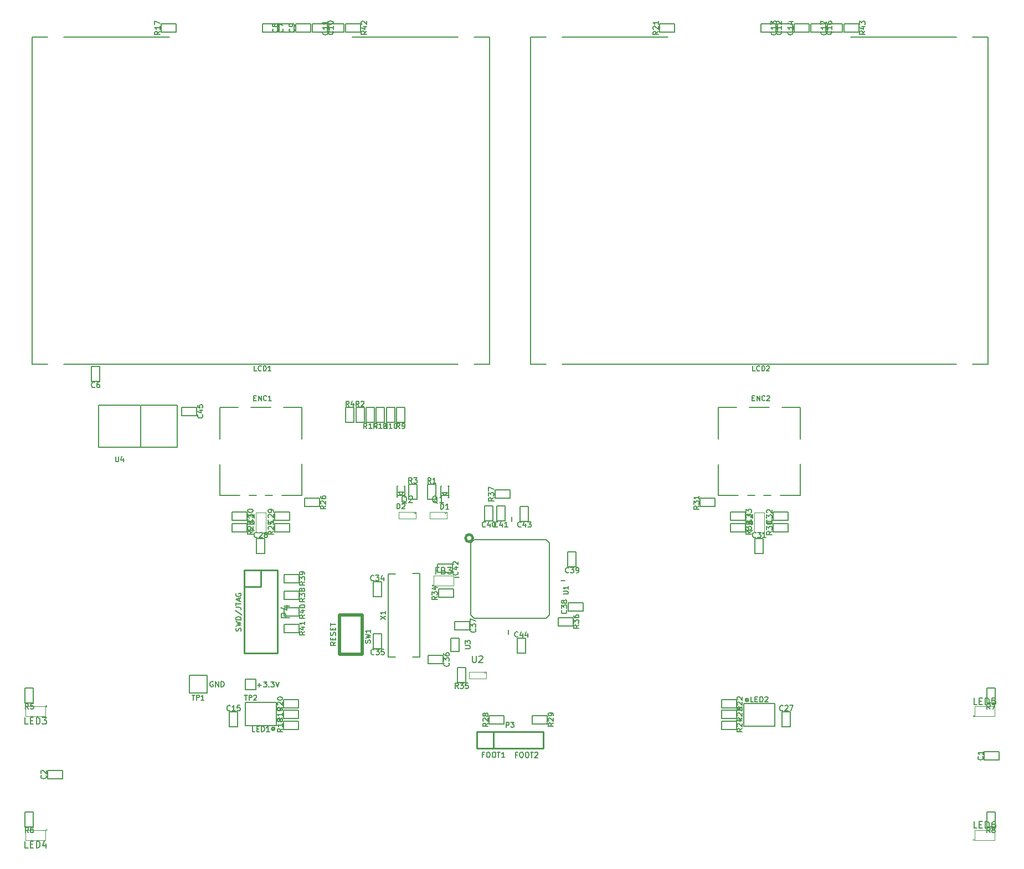
<source format=gto>
G04 #@! TF.FileFunction,Legend,Top*
%FSLAX46Y46*%
G04 Gerber Fmt 4.6, Leading zero omitted, Abs format (unit mm)*
G04 Created by KiCad (PCBNEW (2014-jul-16 BZR unknown)-product) date Qui 04 Dez 2014 16:42:13 BRST*
%MOMM*%
G01*
G04 APERTURE LIST*
%ADD10C,0.152400*%
%ADD11C,0.127000*%
%ADD12C,0.190500*%
%ADD13C,0.200000*%
%ADD14C,0.099060*%
%ADD15C,0.254000*%
%ADD16C,0.078740*%
%ADD17C,0.508000*%
%ADD18C,0.150000*%
%ADD19C,0.400000*%
%ADD20C,0.203200*%
G04 APERTURE END LIST*
D10*
X57942695Y-94855494D02*
X57555648Y-95126427D01*
X57942695Y-95319951D02*
X57129895Y-95319951D01*
X57129895Y-95010313D01*
X57168600Y-94932904D01*
X57207305Y-94894199D01*
X57284714Y-94855494D01*
X57400829Y-94855494D01*
X57478238Y-94894199D01*
X57516943Y-94932904D01*
X57555648Y-95010313D01*
X57555648Y-95319951D01*
X57516943Y-94507151D02*
X57516943Y-94236218D01*
X57942695Y-94120104D02*
X57942695Y-94507151D01*
X57129895Y-94507151D01*
X57129895Y-94120104D01*
X57903990Y-93810466D02*
X57942695Y-93694352D01*
X57942695Y-93500828D01*
X57903990Y-93423418D01*
X57865286Y-93384714D01*
X57787876Y-93346009D01*
X57710467Y-93346009D01*
X57633057Y-93384714D01*
X57594352Y-93423418D01*
X57555648Y-93500828D01*
X57516943Y-93655647D01*
X57478238Y-93733056D01*
X57439533Y-93771761D01*
X57362124Y-93810466D01*
X57284714Y-93810466D01*
X57207305Y-93771761D01*
X57168600Y-93733056D01*
X57129895Y-93655647D01*
X57129895Y-93462123D01*
X57168600Y-93346009D01*
X57516943Y-92997666D02*
X57516943Y-92726733D01*
X57942695Y-92610619D02*
X57942695Y-92997666D01*
X57129895Y-92997666D01*
X57129895Y-92610619D01*
X57129895Y-92378390D02*
X57129895Y-91913933D01*
X57942695Y-92146162D02*
X57129895Y-92146162D01*
X85693484Y-112060083D02*
X85422551Y-112060083D01*
X85422551Y-112485835D02*
X85422551Y-111673035D01*
X85809598Y-111673035D01*
X86274056Y-111673035D02*
X86428875Y-111673035D01*
X86506284Y-111711740D01*
X86583694Y-111789150D01*
X86622399Y-111943969D01*
X86622399Y-112214902D01*
X86583694Y-112369721D01*
X86506284Y-112447130D01*
X86428875Y-112485835D01*
X86274056Y-112485835D01*
X86196646Y-112447130D01*
X86119237Y-112369721D01*
X86080532Y-112214902D01*
X86080532Y-111943969D01*
X86119237Y-111789150D01*
X86196646Y-111711740D01*
X86274056Y-111673035D01*
X87125561Y-111673035D02*
X87280380Y-111673035D01*
X87357789Y-111711740D01*
X87435199Y-111789150D01*
X87473904Y-111943969D01*
X87473904Y-112214902D01*
X87435199Y-112369721D01*
X87357789Y-112447130D01*
X87280380Y-112485835D01*
X87125561Y-112485835D01*
X87048151Y-112447130D01*
X86970742Y-112369721D01*
X86932037Y-112214902D01*
X86932037Y-111943969D01*
X86970742Y-111789150D01*
X87048151Y-111711740D01*
X87125561Y-111673035D01*
X87706133Y-111673035D02*
X88170590Y-111673035D01*
X87938361Y-112485835D02*
X87938361Y-111673035D01*
X88402818Y-111750445D02*
X88441523Y-111711740D01*
X88518932Y-111673035D01*
X88712456Y-111673035D01*
X88789866Y-111711740D01*
X88828570Y-111750445D01*
X88867275Y-111827854D01*
X88867275Y-111905264D01*
X88828570Y-112021378D01*
X88364113Y-112485835D01*
X88867275Y-112485835D01*
X80621104Y-112052463D02*
X80350171Y-112052463D01*
X80350171Y-112478215D02*
X80350171Y-111665415D01*
X80737218Y-111665415D01*
X81201676Y-111665415D02*
X81356495Y-111665415D01*
X81433904Y-111704120D01*
X81511314Y-111781530D01*
X81550019Y-111936349D01*
X81550019Y-112207282D01*
X81511314Y-112362101D01*
X81433904Y-112439510D01*
X81356495Y-112478215D01*
X81201676Y-112478215D01*
X81124266Y-112439510D01*
X81046857Y-112362101D01*
X81008152Y-112207282D01*
X81008152Y-111936349D01*
X81046857Y-111781530D01*
X81124266Y-111704120D01*
X81201676Y-111665415D01*
X82053181Y-111665415D02*
X82208000Y-111665415D01*
X82285409Y-111704120D01*
X82362819Y-111781530D01*
X82401524Y-111936349D01*
X82401524Y-112207282D01*
X82362819Y-112362101D01*
X82285409Y-112439510D01*
X82208000Y-112478215D01*
X82053181Y-112478215D01*
X81975771Y-112439510D01*
X81898362Y-112362101D01*
X81859657Y-112207282D01*
X81859657Y-111936349D01*
X81898362Y-111781530D01*
X81975771Y-111704120D01*
X82053181Y-111665415D01*
X82633753Y-111665415D02*
X83098210Y-111665415D01*
X82865981Y-112478215D02*
X82865981Y-111665415D01*
X83794895Y-112478215D02*
X83330438Y-112478215D01*
X83562667Y-112478215D02*
X83562667Y-111665415D01*
X83485257Y-111781530D01*
X83407848Y-111858939D01*
X83330438Y-111897644D01*
X43433810Y-93149057D02*
X43472515Y-93032943D01*
X43472515Y-92839419D01*
X43433810Y-92762009D01*
X43395106Y-92723305D01*
X43317696Y-92684600D01*
X43240287Y-92684600D01*
X43162877Y-92723305D01*
X43124172Y-92762009D01*
X43085468Y-92839419D01*
X43046763Y-92994238D01*
X43008058Y-93071647D01*
X42969353Y-93110352D01*
X42891944Y-93149057D01*
X42814534Y-93149057D01*
X42737125Y-93110352D01*
X42698420Y-93071647D01*
X42659715Y-92994238D01*
X42659715Y-92800714D01*
X42698420Y-92684600D01*
X42659715Y-92413667D02*
X43472515Y-92220143D01*
X42891944Y-92065324D01*
X43472515Y-91910505D01*
X42659715Y-91716981D01*
X43472515Y-91407343D02*
X42659715Y-91407343D01*
X42659715Y-91213819D01*
X42698420Y-91097705D01*
X42775830Y-91020296D01*
X42853239Y-90981591D01*
X43008058Y-90942886D01*
X43124172Y-90942886D01*
X43278991Y-90981591D01*
X43356401Y-91020296D01*
X43433810Y-91097705D01*
X43472515Y-91213819D01*
X43472515Y-91407343D01*
X42621010Y-90013972D02*
X43666039Y-90710657D01*
X42659715Y-89510810D02*
X43240287Y-89510810D01*
X43356401Y-89549514D01*
X43433810Y-89626924D01*
X43472515Y-89743038D01*
X43472515Y-89820448D01*
X42659715Y-89239876D02*
X42659715Y-88775419D01*
X43472515Y-89007648D02*
X42659715Y-89007648D01*
X43240287Y-88543191D02*
X43240287Y-88156143D01*
X43472515Y-88620600D02*
X42659715Y-88349667D01*
X43472515Y-88078734D01*
X42698420Y-87382048D02*
X42659715Y-87459457D01*
X42659715Y-87575572D01*
X42698420Y-87691686D01*
X42775830Y-87769095D01*
X42853239Y-87807800D01*
X43008058Y-87846505D01*
X43124172Y-87846505D01*
X43278991Y-87807800D01*
X43356401Y-87769095D01*
X43433810Y-87691686D01*
X43472515Y-87575572D01*
X43472515Y-87498162D01*
X43433810Y-87382048D01*
X43395106Y-87343343D01*
X43124172Y-87343343D01*
X43124172Y-87498162D01*
X84850083Y-75717642D02*
X84850083Y-76336918D01*
X92995258Y-85428183D02*
X92375982Y-85428183D01*
X84348977Y-93613998D02*
X84348977Y-92994722D01*
X76170782Y-84927077D02*
X76790058Y-84927077D01*
X39180724Y-100893600D02*
X39103315Y-100854895D01*
X38987200Y-100854895D01*
X38871086Y-100893600D01*
X38793677Y-100971010D01*
X38754972Y-101048419D01*
X38716267Y-101203238D01*
X38716267Y-101319352D01*
X38754972Y-101474171D01*
X38793677Y-101551581D01*
X38871086Y-101628990D01*
X38987200Y-101667695D01*
X39064610Y-101667695D01*
X39180724Y-101628990D01*
X39219429Y-101590286D01*
X39219429Y-101319352D01*
X39064610Y-101319352D01*
X39567772Y-101667695D02*
X39567772Y-100854895D01*
X40032229Y-101667695D01*
X40032229Y-100854895D01*
X40419277Y-101667695D02*
X40419277Y-100854895D01*
X40612801Y-100854895D01*
X40728915Y-100893600D01*
X40806324Y-100971010D01*
X40845029Y-101048419D01*
X40883734Y-101203238D01*
X40883734Y-101319352D01*
X40845029Y-101474171D01*
X40806324Y-101551581D01*
X40728915Y-101628990D01*
X40612801Y-101667695D01*
X40419277Y-101667695D01*
X45969940Y-101393897D02*
X46589216Y-101393897D01*
X46279578Y-101703535D02*
X46279578Y-101084259D01*
X46898854Y-100890735D02*
X47402016Y-100890735D01*
X47131083Y-101200373D01*
X47247197Y-101200373D01*
X47324607Y-101239078D01*
X47363311Y-101277783D01*
X47402016Y-101355192D01*
X47402016Y-101548716D01*
X47363311Y-101626126D01*
X47324607Y-101664830D01*
X47247197Y-101703535D01*
X47014969Y-101703535D01*
X46937559Y-101664830D01*
X46898854Y-101626126D01*
X47750359Y-101626126D02*
X47789064Y-101664830D01*
X47750359Y-101703535D01*
X47711654Y-101664830D01*
X47750359Y-101626126D01*
X47750359Y-101703535D01*
X48059997Y-100890735D02*
X48563159Y-100890735D01*
X48292226Y-101200373D01*
X48408340Y-101200373D01*
X48485750Y-101239078D01*
X48524454Y-101277783D01*
X48563159Y-101355192D01*
X48563159Y-101548716D01*
X48524454Y-101626126D01*
X48485750Y-101664830D01*
X48408340Y-101703535D01*
X48176112Y-101703535D01*
X48098702Y-101664830D01*
X48059997Y-101626126D01*
X48795388Y-100890735D02*
X49066321Y-101703535D01*
X49337254Y-100890735D01*
D11*
X157107000Y-111555000D02*
X159393000Y-111555000D01*
X159393000Y-111555000D02*
X159393000Y-112825000D01*
X159393000Y-112825000D02*
X157107000Y-112825000D01*
X157107000Y-112825000D02*
X157107000Y-111555000D01*
X13882000Y-114440000D02*
X16168000Y-114440000D01*
X16168000Y-114440000D02*
X16168000Y-115710000D01*
X16168000Y-115710000D02*
X13882000Y-115710000D01*
X13882000Y-115710000D02*
X13882000Y-114440000D01*
X20590000Y-54968000D02*
X20590000Y-52682000D01*
X20590000Y-52682000D02*
X21860000Y-52682000D01*
X21860000Y-52682000D02*
X21860000Y-54968000D01*
X21860000Y-54968000D02*
X20590000Y-54968000D01*
X49018000Y-1510000D02*
X46732000Y-1510000D01*
X46732000Y-1510000D02*
X46732000Y-240000D01*
X46732000Y-240000D02*
X49018000Y-240000D01*
X49018000Y-240000D02*
X49018000Y-1510000D01*
X49282000Y-240000D02*
X51568000Y-240000D01*
X51568000Y-240000D02*
X51568000Y-1510000D01*
X51568000Y-1510000D02*
X49282000Y-1510000D01*
X49282000Y-1510000D02*
X49282000Y-240000D01*
X51832000Y-240000D02*
X54118000Y-240000D01*
X54118000Y-240000D02*
X54118000Y-1510000D01*
X54118000Y-1510000D02*
X51832000Y-1510000D01*
X51832000Y-1510000D02*
X51832000Y-240000D01*
X56668000Y-1510000D02*
X54382000Y-1510000D01*
X54382000Y-1510000D02*
X54382000Y-240000D01*
X54382000Y-240000D02*
X56668000Y-240000D01*
X56668000Y-240000D02*
X56668000Y-1510000D01*
X56932000Y-240000D02*
X59218000Y-240000D01*
X59218000Y-240000D02*
X59218000Y-1510000D01*
X59218000Y-1510000D02*
X56932000Y-1510000D01*
X56932000Y-1510000D02*
X56932000Y-240000D01*
X125218000Y-1510000D02*
X122932000Y-1510000D01*
X122932000Y-1510000D02*
X122932000Y-240000D01*
X122932000Y-240000D02*
X125218000Y-240000D01*
X125218000Y-240000D02*
X125218000Y-1510000D01*
X125482000Y-240000D02*
X127768000Y-240000D01*
X127768000Y-240000D02*
X127768000Y-1510000D01*
X127768000Y-1510000D02*
X125482000Y-1510000D01*
X125482000Y-1510000D02*
X125482000Y-240000D01*
X128032000Y-240000D02*
X130318000Y-240000D01*
X130318000Y-240000D02*
X130318000Y-1510000D01*
X130318000Y-1510000D02*
X128032000Y-1510000D01*
X128032000Y-1510000D02*
X128032000Y-240000D01*
X42985000Y-105507000D02*
X42985000Y-107793000D01*
X42985000Y-107793000D02*
X41715000Y-107793000D01*
X41715000Y-107793000D02*
X41715000Y-105507000D01*
X41715000Y-105507000D02*
X42985000Y-105507000D01*
X132868000Y-1510000D02*
X130582000Y-1510000D01*
X130582000Y-1510000D02*
X130582000Y-240000D01*
X130582000Y-240000D02*
X132868000Y-240000D01*
X132868000Y-240000D02*
X132868000Y-1510000D01*
X133132000Y-240000D02*
X135418000Y-240000D01*
X135418000Y-240000D02*
X135418000Y-1510000D01*
X135418000Y-1510000D02*
X133132000Y-1510000D01*
X133132000Y-1510000D02*
X133132000Y-240000D01*
X127485000Y-105507000D02*
X127485000Y-107793000D01*
X127485000Y-107793000D02*
X126215000Y-107793000D01*
X126215000Y-107793000D02*
X126215000Y-105507000D01*
X126215000Y-105507000D02*
X127485000Y-105507000D01*
X47135000Y-79032000D02*
X47135000Y-81318000D01*
X47135000Y-81318000D02*
X45865000Y-81318000D01*
X45865000Y-81318000D02*
X45865000Y-79032000D01*
X45865000Y-79032000D02*
X47135000Y-79032000D01*
X48632000Y-74915000D02*
X50918000Y-74915000D01*
X50918000Y-74915000D02*
X50918000Y-76185000D01*
X50918000Y-76185000D02*
X48632000Y-76185000D01*
X48632000Y-76185000D02*
X48632000Y-74915000D01*
X44393000Y-76185000D02*
X42107000Y-76185000D01*
X42107000Y-76185000D02*
X42107000Y-74915000D01*
X42107000Y-74915000D02*
X44393000Y-74915000D01*
X44393000Y-74915000D02*
X44393000Y-76185000D01*
X123335000Y-79032000D02*
X123335000Y-81318000D01*
X123335000Y-81318000D02*
X122065000Y-81318000D01*
X122065000Y-81318000D02*
X122065000Y-79032000D01*
X122065000Y-79032000D02*
X123335000Y-79032000D01*
X124832000Y-74965000D02*
X127118000Y-74965000D01*
X127118000Y-74965000D02*
X127118000Y-76235000D01*
X127118000Y-76235000D02*
X124832000Y-76235000D01*
X124832000Y-76235000D02*
X124832000Y-74965000D01*
X120568000Y-76185000D02*
X118282000Y-76185000D01*
X118282000Y-76185000D02*
X118282000Y-74915000D01*
X118282000Y-74915000D02*
X120568000Y-74915000D01*
X120568000Y-74915000D02*
X120568000Y-76185000D01*
X64960000Y-85607000D02*
X64960000Y-87893000D01*
X64960000Y-87893000D02*
X63690000Y-87893000D01*
X63690000Y-87893000D02*
X63690000Y-85607000D01*
X63690000Y-85607000D02*
X64960000Y-85607000D01*
X63690000Y-95843000D02*
X63690000Y-93557000D01*
X63690000Y-93557000D02*
X64960000Y-93557000D01*
X64960000Y-93557000D02*
X64960000Y-95843000D01*
X64960000Y-95843000D02*
X63690000Y-95843000D01*
X74383000Y-98135000D02*
X72097000Y-98135000D01*
X72097000Y-98135000D02*
X72097000Y-96865000D01*
X72097000Y-96865000D02*
X74383000Y-96865000D01*
X74383000Y-96865000D02*
X74383000Y-98135000D01*
X78443000Y-92960000D02*
X76157000Y-92960000D01*
X76157000Y-92960000D02*
X76157000Y-91690000D01*
X76157000Y-91690000D02*
X78443000Y-91690000D01*
X78443000Y-91690000D02*
X78443000Y-92960000D01*
X93457000Y-88790000D02*
X95743000Y-88790000D01*
X95743000Y-88790000D02*
X95743000Y-90060000D01*
X95743000Y-90060000D02*
X93457000Y-90060000D01*
X93457000Y-90060000D02*
X93457000Y-88790000D01*
X93440000Y-83318000D02*
X93440000Y-81032000D01*
X93440000Y-81032000D02*
X94710000Y-81032000D01*
X94710000Y-81032000D02*
X94710000Y-83318000D01*
X94710000Y-83318000D02*
X93440000Y-83318000D01*
X80715000Y-76318000D02*
X80715000Y-74032000D01*
X80715000Y-74032000D02*
X81985000Y-74032000D01*
X81985000Y-74032000D02*
X81985000Y-76318000D01*
X81985000Y-76318000D02*
X80715000Y-76318000D01*
X82585000Y-76318000D02*
X82585000Y-74032000D01*
X82585000Y-74032000D02*
X83855000Y-74032000D01*
X83855000Y-74032000D02*
X83855000Y-76318000D01*
X83855000Y-76318000D02*
X82585000Y-76318000D01*
X75768000Y-84185000D02*
X73482000Y-84185000D01*
X73482000Y-84185000D02*
X73482000Y-82915000D01*
X73482000Y-82915000D02*
X75768000Y-82915000D01*
X75768000Y-82915000D02*
X75768000Y-84185000D01*
X86140000Y-76343000D02*
X86140000Y-74057000D01*
X86140000Y-74057000D02*
X87410000Y-74057000D01*
X87410000Y-74057000D02*
X87410000Y-76343000D01*
X87410000Y-76343000D02*
X86140000Y-76343000D01*
X86985000Y-94232000D02*
X86985000Y-96518000D01*
X86985000Y-96518000D02*
X85715000Y-96518000D01*
X85715000Y-96518000D02*
X85715000Y-94232000D01*
X85715000Y-94232000D02*
X86985000Y-94232000D01*
X36718000Y-60185000D02*
X34432000Y-60185000D01*
X34432000Y-60185000D02*
X34432000Y-58915000D01*
X34432000Y-58915000D02*
X36718000Y-58915000D01*
X36718000Y-58915000D02*
X36718000Y-60185000D01*
D12*
X74000160Y-72365780D02*
X75249840Y-72365780D01*
X74200820Y-71939060D02*
X75049180Y-71939060D01*
X75049180Y-71939060D02*
X74625000Y-72365780D01*
X74625000Y-72365780D02*
X74200820Y-71939060D01*
X75249840Y-72690900D02*
X75125380Y-72690900D01*
X74000160Y-72690900D02*
X74124620Y-72690900D01*
X75249840Y-70989100D02*
X75125380Y-70989100D01*
X74000160Y-70989100D02*
X74124620Y-70989100D01*
X75244760Y-72690900D02*
X75244760Y-70989100D01*
X73995080Y-72690900D02*
X73995080Y-70989100D01*
X67300160Y-72350780D02*
X68549840Y-72350780D01*
X67500820Y-71924060D02*
X68349180Y-71924060D01*
X68349180Y-71924060D02*
X67925000Y-72350780D01*
X67925000Y-72350780D02*
X67500820Y-71924060D01*
X68549840Y-72675900D02*
X68425380Y-72675900D01*
X67300160Y-72675900D02*
X67424620Y-72675900D01*
X68549840Y-70974100D02*
X68425380Y-70974100D01*
X67300160Y-70974100D02*
X67424620Y-70974100D01*
X68544760Y-72675900D02*
X68544760Y-70974100D01*
X67295080Y-72675900D02*
X67295080Y-70974100D01*
D13*
X40250000Y-58970000D02*
X43000000Y-58970000D01*
X48000000Y-58970000D02*
X45000000Y-58970000D01*
X52750000Y-63770000D02*
X52750000Y-58970000D01*
X52750000Y-58970000D02*
X50000000Y-58970000D01*
X49700000Y-72370000D02*
X52750000Y-72370000D01*
X52750000Y-72370000D02*
X52750000Y-67570000D01*
X47200000Y-72370000D02*
X48300000Y-72370000D01*
X44700000Y-72370000D02*
X45800000Y-72370000D01*
X40250000Y-72370000D02*
X43300000Y-72370000D01*
X40250000Y-72370000D02*
X40250000Y-67620000D01*
X40250000Y-58970000D02*
X40250000Y-63720000D01*
X116450000Y-58970000D02*
X119200000Y-58970000D01*
X124200000Y-58970000D02*
X121200000Y-58970000D01*
X128950000Y-63770000D02*
X128950000Y-58970000D01*
X128950000Y-58970000D02*
X126200000Y-58970000D01*
X125900000Y-72370000D02*
X128950000Y-72370000D01*
X128950000Y-72370000D02*
X128950000Y-67570000D01*
X123400000Y-72370000D02*
X124500000Y-72370000D01*
X120900000Y-72370000D02*
X122000000Y-72370000D01*
X116450000Y-72370000D02*
X119500000Y-72370000D01*
X116450000Y-72370000D02*
X116450000Y-67620000D01*
X116450000Y-58970000D02*
X116450000Y-63720000D01*
D14*
X47262000Y-77008000D02*
X47262000Y-75992000D01*
X45738000Y-77008000D02*
X45738000Y-75966600D01*
X47389000Y-78151000D02*
G75*
G03X47389000Y-78151000I-127000J0D01*
G01*
X47262000Y-77008000D02*
X47262000Y-78024000D01*
X47262000Y-78024000D02*
X45738000Y-78024000D01*
X45738000Y-78024000D02*
X45738000Y-77008000D01*
X45738000Y-75992000D02*
X45738000Y-74976000D01*
X45738000Y-74976000D02*
X47262000Y-74976000D01*
X47262000Y-74976000D02*
X47262000Y-75992000D01*
X123462000Y-77008000D02*
X123462000Y-75992000D01*
X121938000Y-77008000D02*
X121938000Y-75966600D01*
X123589000Y-78151000D02*
G75*
G03X123589000Y-78151000I-127000J0D01*
G01*
X123462000Y-77008000D02*
X123462000Y-78024000D01*
X123462000Y-78024000D02*
X121938000Y-78024000D01*
X121938000Y-78024000D02*
X121938000Y-77008000D01*
X121938000Y-75992000D02*
X121938000Y-74976000D01*
X121938000Y-74976000D02*
X123462000Y-74976000D01*
X123462000Y-74976000D02*
X123462000Y-75992000D01*
X73917000Y-86212000D02*
X74933000Y-86212000D01*
X73917000Y-84688000D02*
X74958400Y-84688000D01*
X72901000Y-86212000D02*
G75*
G03X72901000Y-86212000I-127000J0D01*
G01*
X73917000Y-86212000D02*
X72901000Y-86212000D01*
X72901000Y-86212000D02*
X72901000Y-84688000D01*
X72901000Y-84688000D02*
X73917000Y-84688000D01*
X74933000Y-84688000D02*
X75949000Y-84688000D01*
X75949000Y-84688000D02*
X75949000Y-86212000D01*
X75949000Y-86212000D02*
X74933000Y-86212000D01*
D10*
X79080000Y-52300000D02*
X81500000Y-52300000D01*
X16380000Y-52300000D02*
X76620000Y-52300000D01*
X11500000Y-52300000D02*
X13920000Y-52300000D01*
X79100000Y-2300000D02*
X81500000Y-2300000D01*
X60440000Y-2300000D02*
X76620000Y-2300000D01*
X16380000Y-2300000D02*
X32560000Y-2300000D01*
X11500000Y-2300000D02*
X13900000Y-2300000D01*
X81500000Y-2300000D02*
X81500000Y-52300000D01*
X11500000Y-2300000D02*
X11500000Y-52300000D01*
X155280000Y-52300000D02*
X157700000Y-52300000D01*
X92580000Y-52300000D02*
X152820000Y-52300000D01*
X87700000Y-52300000D02*
X90120000Y-52300000D01*
X155300000Y-2300000D02*
X157700000Y-2300000D01*
X136640000Y-2300000D02*
X152820000Y-2300000D01*
X92580000Y-2300000D02*
X108760000Y-2300000D01*
X87700000Y-2300000D02*
X90100000Y-2300000D01*
X157700000Y-2300000D02*
X157700000Y-52300000D01*
X87700000Y-2300000D02*
X87700000Y-52300000D01*
D13*
X44150000Y-104090000D02*
X44150000Y-107590000D01*
X48850000Y-104090000D02*
X44150000Y-104090000D01*
X48850000Y-104090000D02*
X48850000Y-107590000D01*
X44150000Y-107590000D02*
X48850000Y-107590000D01*
D15*
X48390000Y-108313610D02*
G75*
G02X48390000Y-108313610I0J223610D01*
G01*
D13*
X125050000Y-107690000D02*
X125050000Y-104190000D01*
X120350000Y-107690000D02*
X125050000Y-107690000D01*
X120350000Y-107690000D02*
X120350000Y-104190000D01*
X125050000Y-104190000D02*
X120350000Y-104190000D01*
D15*
X120810000Y-103466390D02*
G75*
G02X120810000Y-103466390I0J-223610D01*
G01*
D14*
X12558000Y-104668000D02*
X11542000Y-104668000D01*
X12558000Y-106192000D02*
X11516600Y-106192000D01*
X13828000Y-104668000D02*
G75*
G03X13828000Y-104668000I-127000J0D01*
G01*
X12558000Y-104668000D02*
X13574000Y-104668000D01*
X13574000Y-104668000D02*
X13574000Y-106192000D01*
X13574000Y-106192000D02*
X12558000Y-106192000D01*
X11542000Y-106192000D02*
X10526000Y-106192000D01*
X10526000Y-106192000D02*
X10526000Y-104668000D01*
X10526000Y-104668000D02*
X11542000Y-104668000D01*
X12558000Y-123578000D02*
X11542000Y-123578000D01*
X12558000Y-125102000D02*
X11516600Y-125102000D01*
X13828000Y-123578000D02*
G75*
G03X13828000Y-123578000I-127000J0D01*
G01*
X12558000Y-123578000D02*
X13574000Y-123578000D01*
X13574000Y-123578000D02*
X13574000Y-125102000D01*
X13574000Y-125102000D02*
X12558000Y-125102000D01*
X11542000Y-125102000D02*
X10526000Y-125102000D01*
X10526000Y-125102000D02*
X10526000Y-123578000D01*
X10526000Y-123578000D02*
X11542000Y-123578000D01*
X156642000Y-106192000D02*
X157658000Y-106192000D01*
X156642000Y-104668000D02*
X157683400Y-104668000D01*
X155626000Y-106192000D02*
G75*
G03X155626000Y-106192000I-127000J0D01*
G01*
X156642000Y-106192000D02*
X155626000Y-106192000D01*
X155626000Y-106192000D02*
X155626000Y-104668000D01*
X155626000Y-104668000D02*
X156642000Y-104668000D01*
X157658000Y-104668000D02*
X158674000Y-104668000D01*
X158674000Y-104668000D02*
X158674000Y-106192000D01*
X158674000Y-106192000D02*
X157658000Y-106192000D01*
X156642000Y-125102000D02*
X157658000Y-125102000D01*
X156642000Y-123578000D02*
X157683400Y-123578000D01*
X155626000Y-125102000D02*
G75*
G03X155626000Y-125102000I-127000J0D01*
G01*
X156642000Y-125102000D02*
X155626000Y-125102000D01*
X155626000Y-125102000D02*
X155626000Y-123578000D01*
X155626000Y-123578000D02*
X156642000Y-123578000D01*
X157658000Y-123578000D02*
X158674000Y-123578000D01*
X158674000Y-123578000D02*
X158674000Y-125102000D01*
X158674000Y-125102000D02*
X157658000Y-125102000D01*
D15*
X82060000Y-111070000D02*
X89680000Y-111070000D01*
X82060000Y-108530000D02*
X89680000Y-108530000D01*
X79520000Y-108530000D02*
X82060000Y-108530000D01*
X89680000Y-111070000D02*
X89680000Y-108530000D01*
X82060000Y-108530000D02*
X82060000Y-111070000D01*
X79520000Y-108530000D02*
X79520000Y-111070000D01*
X79520000Y-111070000D02*
X82060000Y-111070000D01*
X49040000Y-83825000D02*
X49040000Y-96525000D01*
X49040000Y-96525000D02*
X43960000Y-96525000D01*
X43960000Y-96525000D02*
X43960000Y-86365000D01*
X49040000Y-83825000D02*
X46500000Y-83825000D01*
X43960000Y-83825000D02*
X43960000Y-86365000D01*
X46500000Y-83825000D02*
X46500000Y-86365000D01*
X46500000Y-86365000D02*
X43960000Y-86365000D01*
X43960000Y-83825000D02*
X46500000Y-83825000D01*
D16*
X74920090Y-75074480D02*
G75*
G03X74920090Y-75074480I-159070J0D01*
G01*
X72315000Y-75933000D02*
X72315000Y-74917000D01*
X74918500Y-75933000D02*
X74918500Y-74917000D01*
X72315000Y-74917000D02*
X74918500Y-74917000D01*
X74918500Y-75933000D02*
X72315000Y-75933000D01*
X70215090Y-75079480D02*
G75*
G03X70215090Y-75079480I-159070J0D01*
G01*
X67610000Y-75938000D02*
X67610000Y-74922000D01*
X70213500Y-75938000D02*
X70213500Y-74922000D01*
X67610000Y-74922000D02*
X70213500Y-74922000D01*
X70213500Y-75938000D02*
X67610000Y-75938000D01*
D11*
X73285000Y-70682000D02*
X73285000Y-72968000D01*
X73285000Y-72968000D02*
X72015000Y-72968000D01*
X72015000Y-72968000D02*
X72015000Y-70682000D01*
X72015000Y-70682000D02*
X73285000Y-70682000D01*
X62300000Y-58957000D02*
X62300000Y-61243000D01*
X62300000Y-61243000D02*
X61030000Y-61243000D01*
X61030000Y-61243000D02*
X61030000Y-58957000D01*
X61030000Y-58957000D02*
X62300000Y-58957000D01*
X70385000Y-70682000D02*
X70385000Y-72968000D01*
X70385000Y-72968000D02*
X69115000Y-72968000D01*
X69115000Y-72968000D02*
X69115000Y-70682000D01*
X69115000Y-70682000D02*
X70385000Y-70682000D01*
X60750000Y-58957000D02*
X60750000Y-61243000D01*
X60750000Y-61243000D02*
X59480000Y-61243000D01*
X59480000Y-61243000D02*
X59480000Y-58957000D01*
X59480000Y-58957000D02*
X60750000Y-58957000D01*
X10465000Y-104153000D02*
X10465000Y-101867000D01*
X10465000Y-101867000D02*
X11735000Y-101867000D01*
X11735000Y-101867000D02*
X11735000Y-104153000D01*
X11735000Y-104153000D02*
X10465000Y-104153000D01*
X10455000Y-123073000D02*
X10455000Y-120787000D01*
X10455000Y-120787000D02*
X11725000Y-120787000D01*
X11725000Y-120787000D02*
X11725000Y-123073000D01*
X11725000Y-123073000D02*
X10455000Y-123073000D01*
X157465000Y-104173000D02*
X157465000Y-101887000D01*
X157465000Y-101887000D02*
X158735000Y-101887000D01*
X158735000Y-101887000D02*
X158735000Y-104173000D01*
X158735000Y-104173000D02*
X157465000Y-104173000D01*
X157465000Y-123073000D02*
X157465000Y-120787000D01*
X157465000Y-120787000D02*
X158735000Y-120787000D01*
X158735000Y-120787000D02*
X158735000Y-123073000D01*
X158735000Y-123073000D02*
X157465000Y-123073000D01*
X67230000Y-61243000D02*
X67230000Y-58957000D01*
X67230000Y-58957000D02*
X68500000Y-58957000D01*
X68500000Y-58957000D02*
X68500000Y-61243000D01*
X68500000Y-61243000D02*
X67230000Y-61243000D01*
X65680000Y-61243000D02*
X65680000Y-58957000D01*
X65680000Y-58957000D02*
X66950000Y-58957000D01*
X66950000Y-58957000D02*
X66950000Y-61243000D01*
X66950000Y-61243000D02*
X65680000Y-61243000D01*
X64130000Y-61243000D02*
X64130000Y-58957000D01*
X64130000Y-58957000D02*
X65400000Y-58957000D01*
X65400000Y-58957000D02*
X65400000Y-61243000D01*
X65400000Y-61243000D02*
X64130000Y-61243000D01*
X62580000Y-61243000D02*
X62580000Y-58957000D01*
X62580000Y-58957000D02*
X63850000Y-58957000D01*
X63850000Y-58957000D02*
X63850000Y-61243000D01*
X63850000Y-61243000D02*
X62580000Y-61243000D01*
X31257000Y-240000D02*
X33543000Y-240000D01*
X33543000Y-240000D02*
X33543000Y-1510000D01*
X33543000Y-1510000D02*
X31257000Y-1510000D01*
X31257000Y-1510000D02*
X31257000Y-240000D01*
X50007000Y-106915000D02*
X52293000Y-106915000D01*
X52293000Y-106915000D02*
X52293000Y-108185000D01*
X52293000Y-108185000D02*
X50007000Y-108185000D01*
X50007000Y-108185000D02*
X50007000Y-106915000D01*
X50007000Y-105265000D02*
X52293000Y-105265000D01*
X52293000Y-105265000D02*
X52293000Y-106535000D01*
X52293000Y-106535000D02*
X50007000Y-106535000D01*
X50007000Y-106535000D02*
X50007000Y-105265000D01*
X50007000Y-103615000D02*
X52293000Y-103615000D01*
X52293000Y-103615000D02*
X52293000Y-104885000D01*
X52293000Y-104885000D02*
X50007000Y-104885000D01*
X50007000Y-104885000D02*
X50007000Y-103615000D01*
X107457000Y-240000D02*
X109743000Y-240000D01*
X109743000Y-240000D02*
X109743000Y-1510000D01*
X109743000Y-1510000D02*
X107457000Y-1510000D01*
X107457000Y-1510000D02*
X107457000Y-240000D01*
X119193000Y-104885000D02*
X116907000Y-104885000D01*
X116907000Y-104885000D02*
X116907000Y-103615000D01*
X116907000Y-103615000D02*
X119193000Y-103615000D01*
X119193000Y-103615000D02*
X119193000Y-104885000D01*
X119193000Y-106535000D02*
X116907000Y-106535000D01*
X116907000Y-106535000D02*
X116907000Y-105265000D01*
X116907000Y-105265000D02*
X119193000Y-105265000D01*
X119193000Y-105265000D02*
X119193000Y-106535000D01*
X119193000Y-108185000D02*
X116907000Y-108185000D01*
X116907000Y-108185000D02*
X116907000Y-106915000D01*
X116907000Y-106915000D02*
X119193000Y-106915000D01*
X119193000Y-106915000D02*
X119193000Y-108185000D01*
X48632000Y-76715000D02*
X50918000Y-76715000D01*
X50918000Y-76715000D02*
X50918000Y-77985000D01*
X50918000Y-77985000D02*
X48632000Y-77985000D01*
X48632000Y-77985000D02*
X48632000Y-76715000D01*
X55518000Y-74110000D02*
X53232000Y-74110000D01*
X53232000Y-74110000D02*
X53232000Y-72840000D01*
X53232000Y-72840000D02*
X55518000Y-72840000D01*
X55518000Y-72840000D02*
X55518000Y-74110000D01*
X44393000Y-78010000D02*
X42107000Y-78010000D01*
X42107000Y-78010000D02*
X42107000Y-76740000D01*
X42107000Y-76740000D02*
X44393000Y-76740000D01*
X44393000Y-76740000D02*
X44393000Y-78010000D01*
X81427000Y-106065000D02*
X83713000Y-106065000D01*
X83713000Y-106065000D02*
X83713000Y-107335000D01*
X83713000Y-107335000D02*
X81427000Y-107335000D01*
X81427000Y-107335000D02*
X81427000Y-106065000D01*
X90313000Y-107335000D02*
X88027000Y-107335000D01*
X88027000Y-107335000D02*
X88027000Y-106065000D01*
X88027000Y-106065000D02*
X90313000Y-106065000D01*
X90313000Y-106065000D02*
X90313000Y-107335000D01*
X124832000Y-76740000D02*
X127118000Y-76740000D01*
X127118000Y-76740000D02*
X127118000Y-78010000D01*
X127118000Y-78010000D02*
X124832000Y-78010000D01*
X124832000Y-78010000D02*
X124832000Y-76740000D01*
X113677000Y-72845000D02*
X115963000Y-72845000D01*
X115963000Y-72845000D02*
X115963000Y-74115000D01*
X115963000Y-74115000D02*
X113677000Y-74115000D01*
X113677000Y-74115000D02*
X113677000Y-72845000D01*
X120568000Y-78010000D02*
X118282000Y-78010000D01*
X118282000Y-78010000D02*
X118282000Y-76740000D01*
X118282000Y-76740000D02*
X120568000Y-76740000D01*
X120568000Y-76740000D02*
X120568000Y-78010000D01*
X73657000Y-86715000D02*
X75943000Y-86715000D01*
X75943000Y-86715000D02*
X75943000Y-87985000D01*
X75943000Y-87985000D02*
X73657000Y-87985000D01*
X73657000Y-87985000D02*
X73657000Y-86715000D01*
X76565000Y-101018000D02*
X76565000Y-98732000D01*
X76565000Y-98732000D02*
X77835000Y-98732000D01*
X77835000Y-98732000D02*
X77835000Y-101018000D01*
X77835000Y-101018000D02*
X76565000Y-101018000D01*
X94218000Y-92335000D02*
X91932000Y-92335000D01*
X91932000Y-92335000D02*
X91932000Y-91065000D01*
X91932000Y-91065000D02*
X94218000Y-91065000D01*
X94218000Y-91065000D02*
X94218000Y-92335000D01*
X82307000Y-71565000D02*
X84593000Y-71565000D01*
X84593000Y-71565000D02*
X84593000Y-72835000D01*
X84593000Y-72835000D02*
X82307000Y-72835000D01*
X82307000Y-72835000D02*
X82307000Y-71565000D01*
X52318000Y-88285000D02*
X50032000Y-88285000D01*
X50032000Y-88285000D02*
X50032000Y-87015000D01*
X50032000Y-87015000D02*
X52318000Y-87015000D01*
X52318000Y-87015000D02*
X52318000Y-88285000D01*
X52318000Y-85735000D02*
X50032000Y-85735000D01*
X50032000Y-85735000D02*
X50032000Y-84465000D01*
X50032000Y-84465000D02*
X52318000Y-84465000D01*
X52318000Y-84465000D02*
X52318000Y-85735000D01*
X52318000Y-90810000D02*
X50032000Y-90810000D01*
X50032000Y-90810000D02*
X50032000Y-89540000D01*
X50032000Y-89540000D02*
X52318000Y-89540000D01*
X52318000Y-89540000D02*
X52318000Y-90810000D01*
X52318000Y-93360000D02*
X50032000Y-93360000D01*
X50032000Y-93360000D02*
X50032000Y-92090000D01*
X50032000Y-92090000D02*
X52318000Y-92090000D01*
X52318000Y-92090000D02*
X52318000Y-93360000D01*
X61768000Y-1510000D02*
X59482000Y-1510000D01*
X59482000Y-1510000D02*
X59482000Y-240000D01*
X59482000Y-240000D02*
X61768000Y-240000D01*
X61768000Y-240000D02*
X61768000Y-1510000D01*
X137968000Y-1510000D02*
X135682000Y-1510000D01*
X135682000Y-1510000D02*
X135682000Y-240000D01*
X135682000Y-240000D02*
X137968000Y-240000D01*
X137968000Y-240000D02*
X137968000Y-1510000D01*
D17*
X62000000Y-90650000D02*
X62000000Y-96650000D01*
X62000000Y-96650000D02*
X58500000Y-96650000D01*
X58500000Y-96650000D02*
X58500000Y-90650000D01*
X58500000Y-90650000D02*
X62000000Y-90650000D01*
D13*
X38250000Y-102650000D02*
X38250000Y-99950000D01*
X35550000Y-99950000D02*
X38250000Y-99950000D01*
X38250000Y-102650000D02*
X35550000Y-102650000D01*
X35550000Y-102650000D02*
X35550000Y-99950000D01*
X44130000Y-100520000D02*
X45730000Y-100520000D01*
X45730000Y-100520000D02*
X45730000Y-102120000D01*
X45730000Y-102120000D02*
X44130000Y-102120000D01*
X44130000Y-102120000D02*
X44130000Y-100520000D01*
D18*
X78600000Y-90675000D02*
X79100000Y-91175000D01*
X90600000Y-90675000D02*
X90100000Y-91175000D01*
X90100000Y-79175000D02*
X90600000Y-79675000D01*
X78600000Y-79675000D02*
X79100000Y-79175000D01*
X78600000Y-90675000D02*
X78600000Y-79675000D01*
X90100000Y-91175000D02*
X79100000Y-91175000D01*
X90600000Y-79675000D02*
X90600000Y-90675000D01*
X79100000Y-79175000D02*
X90100000Y-79175000D01*
D19*
X78909017Y-78925000D02*
G75*
G03X78909017Y-78925000I-559017J0D01*
G01*
D16*
X80960090Y-99524480D02*
G75*
G03X80960090Y-99524480I-159070J0D01*
G01*
X78355000Y-100383000D02*
X78355000Y-99367000D01*
X80958500Y-100383000D02*
X80958500Y-99367000D01*
X78355000Y-99367000D02*
X80958500Y-99367000D01*
X80958500Y-100383000D02*
X78355000Y-100383000D01*
D10*
X75540000Y-94209000D02*
X75540000Y-96241000D01*
X75540000Y-96241000D02*
X76810000Y-96241000D01*
X76810000Y-96241000D02*
X76810000Y-94209000D01*
X76810000Y-94209000D02*
X75540000Y-94209000D01*
D20*
X28106400Y-65000400D02*
X21705600Y-65000400D01*
X21705600Y-65000400D02*
X21705600Y-58802800D01*
X21705600Y-58802800D02*
X21705600Y-58599600D01*
X21705600Y-58599600D02*
X28081000Y-58599600D01*
X33694400Y-65000400D02*
X33694400Y-58599600D01*
X33694400Y-58599600D02*
X28106400Y-58599600D01*
X28106400Y-58599600D02*
X28106400Y-65000400D01*
X28106400Y-65000400D02*
X33694400Y-65000400D01*
X28106400Y-64797200D02*
X28106400Y-58828200D01*
D10*
X65977000Y-97080000D02*
X67069200Y-97080000D01*
X69710800Y-84354600D02*
X70803000Y-84354600D01*
X70803000Y-84354600D02*
X70803000Y-97080000D01*
X70803000Y-97080000D02*
X69710800Y-97080000D01*
X65977000Y-97080000D02*
X65977000Y-84380000D01*
X65977000Y-84380000D02*
X67069200Y-84380000D01*
X156851186Y-112338166D02*
X156889890Y-112376871D01*
X156928595Y-112492985D01*
X156928595Y-112570395D01*
X156889890Y-112686509D01*
X156812481Y-112763918D01*
X156735071Y-112802623D01*
X156580252Y-112841328D01*
X156464138Y-112841328D01*
X156309319Y-112802623D01*
X156231910Y-112763918D01*
X156154500Y-112686509D01*
X156115795Y-112570395D01*
X156115795Y-112492985D01*
X156154500Y-112376871D01*
X156193205Y-112338166D01*
X156928595Y-111564071D02*
X156928595Y-112028528D01*
X156928595Y-111796299D02*
X156115795Y-111796299D01*
X156231910Y-111873709D01*
X156309319Y-111951118D01*
X156348024Y-112028528D01*
X13626186Y-115223166D02*
X13664890Y-115261871D01*
X13703595Y-115377985D01*
X13703595Y-115455395D01*
X13664890Y-115571509D01*
X13587481Y-115648918D01*
X13510071Y-115687623D01*
X13355252Y-115726328D01*
X13239138Y-115726328D01*
X13084319Y-115687623D01*
X13006910Y-115648918D01*
X12929500Y-115571509D01*
X12890795Y-115455395D01*
X12890795Y-115377985D01*
X12929500Y-115261871D01*
X12968205Y-115223166D01*
X12968205Y-114913528D02*
X12929500Y-114874823D01*
X12890795Y-114797414D01*
X12890795Y-114603890D01*
X12929500Y-114526480D01*
X12968205Y-114487776D01*
X13045614Y-114449071D01*
X13123024Y-114449071D01*
X13239138Y-114487776D01*
X13703595Y-114952233D01*
X13703595Y-114449071D01*
X21102234Y-55804386D02*
X21063529Y-55843090D01*
X20947415Y-55881795D01*
X20870005Y-55881795D01*
X20753891Y-55843090D01*
X20676482Y-55765681D01*
X20637777Y-55688271D01*
X20599072Y-55533452D01*
X20599072Y-55417338D01*
X20637777Y-55262519D01*
X20676482Y-55185110D01*
X20753891Y-55107700D01*
X20870005Y-55068995D01*
X20947415Y-55068995D01*
X21063529Y-55107700D01*
X21102234Y-55146405D01*
X21798920Y-55068995D02*
X21644101Y-55068995D01*
X21566691Y-55107700D01*
X21527986Y-55146405D01*
X21450577Y-55262519D01*
X21411872Y-55417338D01*
X21411872Y-55726976D01*
X21450577Y-55804386D01*
X21489282Y-55843090D01*
X21566691Y-55881795D01*
X21721510Y-55881795D01*
X21798920Y-55843090D01*
X21837624Y-55804386D01*
X21876329Y-55726976D01*
X21876329Y-55533452D01*
X21837624Y-55456043D01*
X21798920Y-55417338D01*
X21721510Y-55378633D01*
X21566691Y-55378633D01*
X21489282Y-55417338D01*
X21450577Y-55456043D01*
X21411872Y-55533452D01*
X49854386Y-997766D02*
X49893090Y-1036471D01*
X49931795Y-1152585D01*
X49931795Y-1229995D01*
X49893090Y-1346109D01*
X49815681Y-1423518D01*
X49738271Y-1462223D01*
X49583452Y-1500928D01*
X49467338Y-1500928D01*
X49312519Y-1462223D01*
X49235110Y-1423518D01*
X49157700Y-1346109D01*
X49118995Y-1229995D01*
X49118995Y-1152585D01*
X49157700Y-1036471D01*
X49196405Y-997766D01*
X49118995Y-726833D02*
X49118995Y-184966D01*
X49931795Y-533309D01*
X49026186Y-1023166D02*
X49064890Y-1061871D01*
X49103595Y-1177985D01*
X49103595Y-1255395D01*
X49064890Y-1371509D01*
X48987481Y-1448918D01*
X48910071Y-1487623D01*
X48755252Y-1526328D01*
X48639138Y-1526328D01*
X48484319Y-1487623D01*
X48406910Y-1448918D01*
X48329500Y-1371509D01*
X48290795Y-1255395D01*
X48290795Y-1177985D01*
X48329500Y-1061871D01*
X48368205Y-1023166D01*
X48639138Y-558709D02*
X48600433Y-636118D01*
X48561729Y-674823D01*
X48484319Y-713528D01*
X48445614Y-713528D01*
X48368205Y-674823D01*
X48329500Y-636118D01*
X48290795Y-558709D01*
X48290795Y-403890D01*
X48329500Y-326480D01*
X48368205Y-287776D01*
X48445614Y-249071D01*
X48484319Y-249071D01*
X48561729Y-287776D01*
X48600433Y-326480D01*
X48639138Y-403890D01*
X48639138Y-558709D01*
X48677843Y-636118D01*
X48716548Y-674823D01*
X48793957Y-713528D01*
X48948776Y-713528D01*
X49026186Y-674823D01*
X49064890Y-636118D01*
X49103595Y-558709D01*
X49103595Y-403890D01*
X49064890Y-326480D01*
X49026186Y-287776D01*
X48948776Y-249071D01*
X48793957Y-249071D01*
X48716548Y-287776D01*
X48677843Y-326480D01*
X48639138Y-403890D01*
X51576186Y-1023166D02*
X51614890Y-1061871D01*
X51653595Y-1177985D01*
X51653595Y-1255395D01*
X51614890Y-1371509D01*
X51537481Y-1448918D01*
X51460071Y-1487623D01*
X51305252Y-1526328D01*
X51189138Y-1526328D01*
X51034319Y-1487623D01*
X50956910Y-1448918D01*
X50879500Y-1371509D01*
X50840795Y-1255395D01*
X50840795Y-1177985D01*
X50879500Y-1061871D01*
X50918205Y-1023166D01*
X51653595Y-636118D02*
X51653595Y-481299D01*
X51614890Y-403890D01*
X51576186Y-365185D01*
X51460071Y-287776D01*
X51305252Y-249071D01*
X50995614Y-249071D01*
X50918205Y-287776D01*
X50879500Y-326480D01*
X50840795Y-403890D01*
X50840795Y-558709D01*
X50879500Y-636118D01*
X50918205Y-674823D01*
X50995614Y-713528D01*
X51189138Y-713528D01*
X51266548Y-674823D01*
X51305252Y-636118D01*
X51343957Y-558709D01*
X51343957Y-403890D01*
X51305252Y-326480D01*
X51266548Y-287776D01*
X51189138Y-249071D01*
X57504386Y-1384814D02*
X57543090Y-1423519D01*
X57581795Y-1539633D01*
X57581795Y-1617043D01*
X57543090Y-1733157D01*
X57465681Y-1810566D01*
X57388271Y-1849271D01*
X57233452Y-1887976D01*
X57117338Y-1887976D01*
X56962519Y-1849271D01*
X56885110Y-1810566D01*
X56807700Y-1733157D01*
X56768995Y-1617043D01*
X56768995Y-1539633D01*
X56807700Y-1423519D01*
X56846405Y-1384814D01*
X57581795Y-610719D02*
X57581795Y-1075176D01*
X57581795Y-842947D02*
X56768995Y-842947D01*
X56885110Y-920357D01*
X56962519Y-997766D01*
X57001224Y-1075176D01*
X56768995Y-107557D02*
X56768995Y-30148D01*
X56807700Y47262D01*
X56846405Y85967D01*
X56923814Y124671D01*
X57078633Y163376D01*
X57272157Y163376D01*
X57426976Y124671D01*
X57504386Y85967D01*
X57543090Y47262D01*
X57581795Y-30148D01*
X57581795Y-107557D01*
X57543090Y-184967D01*
X57504386Y-223671D01*
X57426976Y-262376D01*
X57272157Y-301081D01*
X57078633Y-301081D01*
X56923814Y-262376D01*
X56846405Y-223671D01*
X56807700Y-184967D01*
X56768995Y-107557D01*
X56676186Y-1410214D02*
X56714890Y-1448919D01*
X56753595Y-1565033D01*
X56753595Y-1642443D01*
X56714890Y-1758557D01*
X56637481Y-1835966D01*
X56560071Y-1874671D01*
X56405252Y-1913376D01*
X56289138Y-1913376D01*
X56134319Y-1874671D01*
X56056910Y-1835966D01*
X55979500Y-1758557D01*
X55940795Y-1642443D01*
X55940795Y-1565033D01*
X55979500Y-1448919D01*
X56018205Y-1410214D01*
X56753595Y-636119D02*
X56753595Y-1100576D01*
X56753595Y-868347D02*
X55940795Y-868347D01*
X56056910Y-945757D01*
X56134319Y-1023166D01*
X56173024Y-1100576D01*
X56753595Y137976D02*
X56753595Y-326481D01*
X56753595Y-94252D02*
X55940795Y-94252D01*
X56056910Y-171662D01*
X56134319Y-249071D01*
X56173024Y-326481D01*
X126054386Y-1384814D02*
X126093090Y-1423519D01*
X126131795Y-1539633D01*
X126131795Y-1617043D01*
X126093090Y-1733157D01*
X126015681Y-1810566D01*
X125938271Y-1849271D01*
X125783452Y-1887976D01*
X125667338Y-1887976D01*
X125512519Y-1849271D01*
X125435110Y-1810566D01*
X125357700Y-1733157D01*
X125318995Y-1617043D01*
X125318995Y-1539633D01*
X125357700Y-1423519D01*
X125396405Y-1384814D01*
X126131795Y-610719D02*
X126131795Y-1075176D01*
X126131795Y-842947D02*
X125318995Y-842947D01*
X125435110Y-920357D01*
X125512519Y-997766D01*
X125551224Y-1075176D01*
X125396405Y-301081D02*
X125357700Y-262376D01*
X125318995Y-184967D01*
X125318995Y8557D01*
X125357700Y85967D01*
X125396405Y124671D01*
X125473814Y163376D01*
X125551224Y163376D01*
X125667338Y124671D01*
X126131795Y-339786D01*
X126131795Y163376D01*
X125226186Y-1410214D02*
X125264890Y-1448919D01*
X125303595Y-1565033D01*
X125303595Y-1642443D01*
X125264890Y-1758557D01*
X125187481Y-1835966D01*
X125110071Y-1874671D01*
X124955252Y-1913376D01*
X124839138Y-1913376D01*
X124684319Y-1874671D01*
X124606910Y-1835966D01*
X124529500Y-1758557D01*
X124490795Y-1642443D01*
X124490795Y-1565033D01*
X124529500Y-1448919D01*
X124568205Y-1410214D01*
X125303595Y-636119D02*
X125303595Y-1100576D01*
X125303595Y-868347D02*
X124490795Y-868347D01*
X124606910Y-945757D01*
X124684319Y-1023166D01*
X124723024Y-1100576D01*
X124490795Y-365186D02*
X124490795Y137976D01*
X124800433Y-132957D01*
X124800433Y-16843D01*
X124839138Y60567D01*
X124877843Y99271D01*
X124955252Y137976D01*
X125148776Y137976D01*
X125226186Y99271D01*
X125264890Y60567D01*
X125303595Y-16843D01*
X125303595Y-249071D01*
X125264890Y-326481D01*
X125226186Y-365186D01*
X127776186Y-1410214D02*
X127814890Y-1448919D01*
X127853595Y-1565033D01*
X127853595Y-1642443D01*
X127814890Y-1758557D01*
X127737481Y-1835966D01*
X127660071Y-1874671D01*
X127505252Y-1913376D01*
X127389138Y-1913376D01*
X127234319Y-1874671D01*
X127156910Y-1835966D01*
X127079500Y-1758557D01*
X127040795Y-1642443D01*
X127040795Y-1565033D01*
X127079500Y-1448919D01*
X127118205Y-1410214D01*
X127853595Y-636119D02*
X127853595Y-1100576D01*
X127853595Y-868347D02*
X127040795Y-868347D01*
X127156910Y-945757D01*
X127234319Y-1023166D01*
X127273024Y-1100576D01*
X127311729Y60567D02*
X127853595Y60567D01*
X127002090Y-132957D02*
X127582662Y-326481D01*
X127582662Y176681D01*
X41814786Y-105251186D02*
X41776081Y-105289890D01*
X41659967Y-105328595D01*
X41582557Y-105328595D01*
X41466443Y-105289890D01*
X41389034Y-105212481D01*
X41350329Y-105135071D01*
X41311624Y-104980252D01*
X41311624Y-104864138D01*
X41350329Y-104709319D01*
X41389034Y-104631910D01*
X41466443Y-104554500D01*
X41582557Y-104515795D01*
X41659967Y-104515795D01*
X41776081Y-104554500D01*
X41814786Y-104593205D01*
X42588881Y-105328595D02*
X42124424Y-105328595D01*
X42356653Y-105328595D02*
X42356653Y-104515795D01*
X42279243Y-104631910D01*
X42201834Y-104709319D01*
X42124424Y-104748024D01*
X43324271Y-104515795D02*
X42937224Y-104515795D01*
X42898519Y-104902843D01*
X42937224Y-104864138D01*
X43014633Y-104825433D01*
X43208157Y-104825433D01*
X43285567Y-104864138D01*
X43324271Y-104902843D01*
X43362976Y-104980252D01*
X43362976Y-105173776D01*
X43324271Y-105251186D01*
X43285567Y-105289890D01*
X43208157Y-105328595D01*
X43014633Y-105328595D01*
X42937224Y-105289890D01*
X42898519Y-105251186D01*
X133704386Y-1384814D02*
X133743090Y-1423519D01*
X133781795Y-1539633D01*
X133781795Y-1617043D01*
X133743090Y-1733157D01*
X133665681Y-1810566D01*
X133588271Y-1849271D01*
X133433452Y-1887976D01*
X133317338Y-1887976D01*
X133162519Y-1849271D01*
X133085110Y-1810566D01*
X133007700Y-1733157D01*
X132968995Y-1617043D01*
X132968995Y-1539633D01*
X133007700Y-1423519D01*
X133046405Y-1384814D01*
X133781795Y-610719D02*
X133781795Y-1075176D01*
X133781795Y-842947D02*
X132968995Y-842947D01*
X133085110Y-920357D01*
X133162519Y-997766D01*
X133201224Y-1075176D01*
X132968995Y85967D02*
X132968995Y-68852D01*
X133007700Y-146262D01*
X133046405Y-184967D01*
X133162519Y-262376D01*
X133317338Y-301081D01*
X133626976Y-301081D01*
X133704386Y-262376D01*
X133743090Y-223671D01*
X133781795Y-146262D01*
X133781795Y8557D01*
X133743090Y85967D01*
X133704386Y124671D01*
X133626976Y163376D01*
X133433452Y163376D01*
X133356043Y124671D01*
X133317338Y85967D01*
X133278633Y8557D01*
X133278633Y-146262D01*
X133317338Y-223671D01*
X133356043Y-262376D01*
X133433452Y-301081D01*
X132876186Y-1410214D02*
X132914890Y-1448919D01*
X132953595Y-1565033D01*
X132953595Y-1642443D01*
X132914890Y-1758557D01*
X132837481Y-1835966D01*
X132760071Y-1874671D01*
X132605252Y-1913376D01*
X132489138Y-1913376D01*
X132334319Y-1874671D01*
X132256910Y-1835966D01*
X132179500Y-1758557D01*
X132140795Y-1642443D01*
X132140795Y-1565033D01*
X132179500Y-1448919D01*
X132218205Y-1410214D01*
X132953595Y-636119D02*
X132953595Y-1100576D01*
X132953595Y-868347D02*
X132140795Y-868347D01*
X132256910Y-945757D01*
X132334319Y-1023166D01*
X132373024Y-1100576D01*
X132140795Y-365186D02*
X132140795Y176681D01*
X132953595Y-171662D01*
X126314786Y-105251186D02*
X126276081Y-105289890D01*
X126159967Y-105328595D01*
X126082557Y-105328595D01*
X125966443Y-105289890D01*
X125889034Y-105212481D01*
X125850329Y-105135071D01*
X125811624Y-104980252D01*
X125811624Y-104864138D01*
X125850329Y-104709319D01*
X125889034Y-104631910D01*
X125966443Y-104554500D01*
X126082557Y-104515795D01*
X126159967Y-104515795D01*
X126276081Y-104554500D01*
X126314786Y-104593205D01*
X126624424Y-104593205D02*
X126663129Y-104554500D01*
X126740538Y-104515795D01*
X126934062Y-104515795D01*
X127011472Y-104554500D01*
X127050176Y-104593205D01*
X127088881Y-104670614D01*
X127088881Y-104748024D01*
X127050176Y-104864138D01*
X126585719Y-105328595D01*
X127088881Y-105328595D01*
X127359814Y-104515795D02*
X127901681Y-104515795D01*
X127553338Y-105328595D01*
X45964786Y-78776186D02*
X45926081Y-78814890D01*
X45809967Y-78853595D01*
X45732557Y-78853595D01*
X45616443Y-78814890D01*
X45539034Y-78737481D01*
X45500329Y-78660071D01*
X45461624Y-78505252D01*
X45461624Y-78389138D01*
X45500329Y-78234319D01*
X45539034Y-78156910D01*
X45616443Y-78079500D01*
X45732557Y-78040795D01*
X45809967Y-78040795D01*
X45926081Y-78079500D01*
X45964786Y-78118205D01*
X46274424Y-78118205D02*
X46313129Y-78079500D01*
X46390538Y-78040795D01*
X46584062Y-78040795D01*
X46661472Y-78079500D01*
X46700176Y-78118205D01*
X46738881Y-78195614D01*
X46738881Y-78273024D01*
X46700176Y-78389138D01*
X46235719Y-78853595D01*
X46738881Y-78853595D01*
X47203338Y-78389138D02*
X47125929Y-78350433D01*
X47087224Y-78311729D01*
X47048519Y-78234319D01*
X47048519Y-78195614D01*
X47087224Y-78118205D01*
X47125929Y-78079500D01*
X47203338Y-78040795D01*
X47358157Y-78040795D01*
X47435567Y-78079500D01*
X47474271Y-78118205D01*
X47512976Y-78195614D01*
X47512976Y-78234319D01*
X47474271Y-78311729D01*
X47435567Y-78350433D01*
X47358157Y-78389138D01*
X47203338Y-78389138D01*
X47125929Y-78427843D01*
X47087224Y-78466548D01*
X47048519Y-78543957D01*
X47048519Y-78698776D01*
X47087224Y-78776186D01*
X47125929Y-78814890D01*
X47203338Y-78853595D01*
X47358157Y-78853595D01*
X47435567Y-78814890D01*
X47474271Y-78776186D01*
X47512976Y-78698776D01*
X47512976Y-78543957D01*
X47474271Y-78466548D01*
X47435567Y-78427843D01*
X47358157Y-78389138D01*
X48376186Y-76085214D02*
X48414890Y-76123919D01*
X48453595Y-76240033D01*
X48453595Y-76317443D01*
X48414890Y-76433557D01*
X48337481Y-76510966D01*
X48260071Y-76549671D01*
X48105252Y-76588376D01*
X47989138Y-76588376D01*
X47834319Y-76549671D01*
X47756910Y-76510966D01*
X47679500Y-76433557D01*
X47640795Y-76317443D01*
X47640795Y-76240033D01*
X47679500Y-76123919D01*
X47718205Y-76085214D01*
X47718205Y-75775576D02*
X47679500Y-75736871D01*
X47640795Y-75659462D01*
X47640795Y-75465938D01*
X47679500Y-75388528D01*
X47718205Y-75349824D01*
X47795614Y-75311119D01*
X47873024Y-75311119D01*
X47989138Y-75349824D01*
X48453595Y-75814281D01*
X48453595Y-75311119D01*
X48453595Y-74924071D02*
X48453595Y-74769252D01*
X48414890Y-74691843D01*
X48376186Y-74653138D01*
X48260071Y-74575729D01*
X48105252Y-74537024D01*
X47795614Y-74537024D01*
X47718205Y-74575729D01*
X47679500Y-74614433D01*
X47640795Y-74691843D01*
X47640795Y-74846662D01*
X47679500Y-74924071D01*
X47718205Y-74962776D01*
X47795614Y-75001481D01*
X47989138Y-75001481D01*
X48066548Y-74962776D01*
X48105252Y-74924071D01*
X48143957Y-74846662D01*
X48143957Y-74691843D01*
X48105252Y-74614433D01*
X48066548Y-74575729D01*
X47989138Y-74537024D01*
X45229386Y-76059814D02*
X45268090Y-76098519D01*
X45306795Y-76214633D01*
X45306795Y-76292043D01*
X45268090Y-76408157D01*
X45190681Y-76485566D01*
X45113271Y-76524271D01*
X44958452Y-76562976D01*
X44842338Y-76562976D01*
X44687519Y-76524271D01*
X44610110Y-76485566D01*
X44532700Y-76408157D01*
X44493995Y-76292043D01*
X44493995Y-76214633D01*
X44532700Y-76098519D01*
X44571405Y-76059814D01*
X44493995Y-75788881D02*
X44493995Y-75285719D01*
X44803633Y-75556652D01*
X44803633Y-75440538D01*
X44842338Y-75363128D01*
X44881043Y-75324424D01*
X44958452Y-75285719D01*
X45151976Y-75285719D01*
X45229386Y-75324424D01*
X45268090Y-75363128D01*
X45306795Y-75440538D01*
X45306795Y-75672766D01*
X45268090Y-75750176D01*
X45229386Y-75788881D01*
X44493995Y-74782557D02*
X44493995Y-74705148D01*
X44532700Y-74627738D01*
X44571405Y-74589033D01*
X44648814Y-74550329D01*
X44803633Y-74511624D01*
X44997157Y-74511624D01*
X45151976Y-74550329D01*
X45229386Y-74589033D01*
X45268090Y-74627738D01*
X45306795Y-74705148D01*
X45306795Y-74782557D01*
X45268090Y-74859967D01*
X45229386Y-74898671D01*
X45151976Y-74937376D01*
X44997157Y-74976081D01*
X44803633Y-74976081D01*
X44648814Y-74937376D01*
X44571405Y-74898671D01*
X44532700Y-74859967D01*
X44493995Y-74782557D01*
X122164786Y-78776186D02*
X122126081Y-78814890D01*
X122009967Y-78853595D01*
X121932557Y-78853595D01*
X121816443Y-78814890D01*
X121739034Y-78737481D01*
X121700329Y-78660071D01*
X121661624Y-78505252D01*
X121661624Y-78389138D01*
X121700329Y-78234319D01*
X121739034Y-78156910D01*
X121816443Y-78079500D01*
X121932557Y-78040795D01*
X122009967Y-78040795D01*
X122126081Y-78079500D01*
X122164786Y-78118205D01*
X122435719Y-78040795D02*
X122938881Y-78040795D01*
X122667948Y-78350433D01*
X122784062Y-78350433D01*
X122861472Y-78389138D01*
X122900176Y-78427843D01*
X122938881Y-78505252D01*
X122938881Y-78698776D01*
X122900176Y-78776186D01*
X122861472Y-78814890D01*
X122784062Y-78853595D01*
X122551834Y-78853595D01*
X122474424Y-78814890D01*
X122435719Y-78776186D01*
X123712976Y-78853595D02*
X123248519Y-78853595D01*
X123480748Y-78853595D02*
X123480748Y-78040795D01*
X123403338Y-78156910D01*
X123325929Y-78234319D01*
X123248519Y-78273024D01*
X124576186Y-76135214D02*
X124614890Y-76173919D01*
X124653595Y-76290033D01*
X124653595Y-76367443D01*
X124614890Y-76483557D01*
X124537481Y-76560966D01*
X124460071Y-76599671D01*
X124305252Y-76638376D01*
X124189138Y-76638376D01*
X124034319Y-76599671D01*
X123956910Y-76560966D01*
X123879500Y-76483557D01*
X123840795Y-76367443D01*
X123840795Y-76290033D01*
X123879500Y-76173919D01*
X123918205Y-76135214D01*
X123840795Y-75864281D02*
X123840795Y-75361119D01*
X124150433Y-75632052D01*
X124150433Y-75515938D01*
X124189138Y-75438528D01*
X124227843Y-75399824D01*
X124305252Y-75361119D01*
X124498776Y-75361119D01*
X124576186Y-75399824D01*
X124614890Y-75438528D01*
X124653595Y-75515938D01*
X124653595Y-75748166D01*
X124614890Y-75825576D01*
X124576186Y-75864281D01*
X123918205Y-75051481D02*
X123879500Y-75012776D01*
X123840795Y-74935367D01*
X123840795Y-74741843D01*
X123879500Y-74664433D01*
X123918205Y-74625729D01*
X123995614Y-74587024D01*
X124073024Y-74587024D01*
X124189138Y-74625729D01*
X124653595Y-75090186D01*
X124653595Y-74587024D01*
X121404386Y-76059814D02*
X121443090Y-76098519D01*
X121481795Y-76214633D01*
X121481795Y-76292043D01*
X121443090Y-76408157D01*
X121365681Y-76485566D01*
X121288271Y-76524271D01*
X121133452Y-76562976D01*
X121017338Y-76562976D01*
X120862519Y-76524271D01*
X120785110Y-76485566D01*
X120707700Y-76408157D01*
X120668995Y-76292043D01*
X120668995Y-76214633D01*
X120707700Y-76098519D01*
X120746405Y-76059814D01*
X120668995Y-75788881D02*
X120668995Y-75285719D01*
X120978633Y-75556652D01*
X120978633Y-75440538D01*
X121017338Y-75363128D01*
X121056043Y-75324424D01*
X121133452Y-75285719D01*
X121326976Y-75285719D01*
X121404386Y-75324424D01*
X121443090Y-75363128D01*
X121481795Y-75440538D01*
X121481795Y-75672766D01*
X121443090Y-75750176D01*
X121404386Y-75788881D01*
X120668995Y-75014786D02*
X120668995Y-74511624D01*
X120978633Y-74782557D01*
X120978633Y-74666443D01*
X121017338Y-74589033D01*
X121056043Y-74550329D01*
X121133452Y-74511624D01*
X121326976Y-74511624D01*
X121404386Y-74550329D01*
X121443090Y-74589033D01*
X121481795Y-74666443D01*
X121481795Y-74898671D01*
X121443090Y-74976081D01*
X121404386Y-75014786D01*
X63789786Y-85351186D02*
X63751081Y-85389890D01*
X63634967Y-85428595D01*
X63557557Y-85428595D01*
X63441443Y-85389890D01*
X63364034Y-85312481D01*
X63325329Y-85235071D01*
X63286624Y-85080252D01*
X63286624Y-84964138D01*
X63325329Y-84809319D01*
X63364034Y-84731910D01*
X63441443Y-84654500D01*
X63557557Y-84615795D01*
X63634967Y-84615795D01*
X63751081Y-84654500D01*
X63789786Y-84693205D01*
X64060719Y-84615795D02*
X64563881Y-84615795D01*
X64292948Y-84925433D01*
X64409062Y-84925433D01*
X64486472Y-84964138D01*
X64525176Y-85002843D01*
X64563881Y-85080252D01*
X64563881Y-85273776D01*
X64525176Y-85351186D01*
X64486472Y-85389890D01*
X64409062Y-85428595D01*
X64176834Y-85428595D01*
X64099424Y-85389890D01*
X64060719Y-85351186D01*
X65260567Y-84886729D02*
X65260567Y-85428595D01*
X65067043Y-84577090D02*
X64873519Y-85157662D01*
X65376681Y-85157662D01*
X63815186Y-96679386D02*
X63776481Y-96718090D01*
X63660367Y-96756795D01*
X63582957Y-96756795D01*
X63466843Y-96718090D01*
X63389434Y-96640681D01*
X63350729Y-96563271D01*
X63312024Y-96408452D01*
X63312024Y-96292338D01*
X63350729Y-96137519D01*
X63389434Y-96060110D01*
X63466843Y-95982700D01*
X63582957Y-95943995D01*
X63660367Y-95943995D01*
X63776481Y-95982700D01*
X63815186Y-96021405D01*
X64086119Y-95943995D02*
X64589281Y-95943995D01*
X64318348Y-96253633D01*
X64434462Y-96253633D01*
X64511872Y-96292338D01*
X64550576Y-96331043D01*
X64589281Y-96408452D01*
X64589281Y-96601976D01*
X64550576Y-96679386D01*
X64511872Y-96718090D01*
X64434462Y-96756795D01*
X64202234Y-96756795D01*
X64124824Y-96718090D01*
X64086119Y-96679386D01*
X65324671Y-95943995D02*
X64937624Y-95943995D01*
X64898919Y-96331043D01*
X64937624Y-96292338D01*
X65015033Y-96253633D01*
X65208557Y-96253633D01*
X65285967Y-96292338D01*
X65324671Y-96331043D01*
X65363376Y-96408452D01*
X65363376Y-96601976D01*
X65324671Y-96679386D01*
X65285967Y-96718090D01*
X65208557Y-96756795D01*
X65015033Y-96756795D01*
X64937624Y-96718090D01*
X64898919Y-96679386D01*
X75219386Y-98009814D02*
X75258090Y-98048519D01*
X75296795Y-98164633D01*
X75296795Y-98242043D01*
X75258090Y-98358157D01*
X75180681Y-98435566D01*
X75103271Y-98474271D01*
X74948452Y-98512976D01*
X74832338Y-98512976D01*
X74677519Y-98474271D01*
X74600110Y-98435566D01*
X74522700Y-98358157D01*
X74483995Y-98242043D01*
X74483995Y-98164633D01*
X74522700Y-98048519D01*
X74561405Y-98009814D01*
X74483995Y-97738881D02*
X74483995Y-97235719D01*
X74793633Y-97506652D01*
X74793633Y-97390538D01*
X74832338Y-97313128D01*
X74871043Y-97274424D01*
X74948452Y-97235719D01*
X75141976Y-97235719D01*
X75219386Y-97274424D01*
X75258090Y-97313128D01*
X75296795Y-97390538D01*
X75296795Y-97622766D01*
X75258090Y-97700176D01*
X75219386Y-97738881D01*
X74483995Y-96539033D02*
X74483995Y-96693852D01*
X74522700Y-96771262D01*
X74561405Y-96809967D01*
X74677519Y-96887376D01*
X74832338Y-96926081D01*
X75141976Y-96926081D01*
X75219386Y-96887376D01*
X75258090Y-96848671D01*
X75296795Y-96771262D01*
X75296795Y-96616443D01*
X75258090Y-96539033D01*
X75219386Y-96500329D01*
X75141976Y-96461624D01*
X74948452Y-96461624D01*
X74871043Y-96500329D01*
X74832338Y-96539033D01*
X74793633Y-96616443D01*
X74793633Y-96771262D01*
X74832338Y-96848671D01*
X74871043Y-96887376D01*
X74948452Y-96926081D01*
X79279386Y-92834814D02*
X79318090Y-92873519D01*
X79356795Y-92989633D01*
X79356795Y-93067043D01*
X79318090Y-93183157D01*
X79240681Y-93260566D01*
X79163271Y-93299271D01*
X79008452Y-93337976D01*
X78892338Y-93337976D01*
X78737519Y-93299271D01*
X78660110Y-93260566D01*
X78582700Y-93183157D01*
X78543995Y-93067043D01*
X78543995Y-92989633D01*
X78582700Y-92873519D01*
X78621405Y-92834814D01*
X78543995Y-92563881D02*
X78543995Y-92060719D01*
X78853633Y-92331652D01*
X78853633Y-92215538D01*
X78892338Y-92138128D01*
X78931043Y-92099424D01*
X79008452Y-92060719D01*
X79201976Y-92060719D01*
X79279386Y-92099424D01*
X79318090Y-92138128D01*
X79356795Y-92215538D01*
X79356795Y-92447766D01*
X79318090Y-92525176D01*
X79279386Y-92563881D01*
X78543995Y-91789786D02*
X78543995Y-91247919D01*
X79356795Y-91596262D01*
X93201186Y-89960214D02*
X93239890Y-89998919D01*
X93278595Y-90115033D01*
X93278595Y-90192443D01*
X93239890Y-90308557D01*
X93162481Y-90385966D01*
X93085071Y-90424671D01*
X92930252Y-90463376D01*
X92814138Y-90463376D01*
X92659319Y-90424671D01*
X92581910Y-90385966D01*
X92504500Y-90308557D01*
X92465795Y-90192443D01*
X92465795Y-90115033D01*
X92504500Y-89998919D01*
X92543205Y-89960214D01*
X92465795Y-89689281D02*
X92465795Y-89186119D01*
X92775433Y-89457052D01*
X92775433Y-89340938D01*
X92814138Y-89263528D01*
X92852843Y-89224824D01*
X92930252Y-89186119D01*
X93123776Y-89186119D01*
X93201186Y-89224824D01*
X93239890Y-89263528D01*
X93278595Y-89340938D01*
X93278595Y-89573166D01*
X93239890Y-89650576D01*
X93201186Y-89689281D01*
X92814138Y-88721662D02*
X92775433Y-88799071D01*
X92736729Y-88837776D01*
X92659319Y-88876481D01*
X92620614Y-88876481D01*
X92543205Y-88837776D01*
X92504500Y-88799071D01*
X92465795Y-88721662D01*
X92465795Y-88566843D01*
X92504500Y-88489433D01*
X92543205Y-88450729D01*
X92620614Y-88412024D01*
X92659319Y-88412024D01*
X92736729Y-88450729D01*
X92775433Y-88489433D01*
X92814138Y-88566843D01*
X92814138Y-88721662D01*
X92852843Y-88799071D01*
X92891548Y-88837776D01*
X92968957Y-88876481D01*
X93123776Y-88876481D01*
X93201186Y-88837776D01*
X93239890Y-88799071D01*
X93278595Y-88721662D01*
X93278595Y-88566843D01*
X93239890Y-88489433D01*
X93201186Y-88450729D01*
X93123776Y-88412024D01*
X92968957Y-88412024D01*
X92891548Y-88450729D01*
X92852843Y-88489433D01*
X92814138Y-88566843D01*
X93565186Y-84154386D02*
X93526481Y-84193090D01*
X93410367Y-84231795D01*
X93332957Y-84231795D01*
X93216843Y-84193090D01*
X93139434Y-84115681D01*
X93100729Y-84038271D01*
X93062024Y-83883452D01*
X93062024Y-83767338D01*
X93100729Y-83612519D01*
X93139434Y-83535110D01*
X93216843Y-83457700D01*
X93332957Y-83418995D01*
X93410367Y-83418995D01*
X93526481Y-83457700D01*
X93565186Y-83496405D01*
X93836119Y-83418995D02*
X94339281Y-83418995D01*
X94068348Y-83728633D01*
X94184462Y-83728633D01*
X94261872Y-83767338D01*
X94300576Y-83806043D01*
X94339281Y-83883452D01*
X94339281Y-84076976D01*
X94300576Y-84154386D01*
X94261872Y-84193090D01*
X94184462Y-84231795D01*
X93952234Y-84231795D01*
X93874824Y-84193090D01*
X93836119Y-84154386D01*
X94726329Y-84231795D02*
X94881148Y-84231795D01*
X94958557Y-84193090D01*
X94997262Y-84154386D01*
X95074671Y-84038271D01*
X95113376Y-83883452D01*
X95113376Y-83573814D01*
X95074671Y-83496405D01*
X95035967Y-83457700D01*
X94958557Y-83418995D01*
X94803738Y-83418995D01*
X94726329Y-83457700D01*
X94687624Y-83496405D01*
X94648919Y-83573814D01*
X94648919Y-83767338D01*
X94687624Y-83844748D01*
X94726329Y-83883452D01*
X94803738Y-83922157D01*
X94958557Y-83922157D01*
X95035967Y-83883452D01*
X95074671Y-83844748D01*
X95113376Y-83767338D01*
X80840186Y-77154386D02*
X80801481Y-77193090D01*
X80685367Y-77231795D01*
X80607957Y-77231795D01*
X80491843Y-77193090D01*
X80414434Y-77115681D01*
X80375729Y-77038271D01*
X80337024Y-76883452D01*
X80337024Y-76767338D01*
X80375729Y-76612519D01*
X80414434Y-76535110D01*
X80491843Y-76457700D01*
X80607957Y-76418995D01*
X80685367Y-76418995D01*
X80801481Y-76457700D01*
X80840186Y-76496405D01*
X81536872Y-76689929D02*
X81536872Y-77231795D01*
X81343348Y-76380290D02*
X81149824Y-76960862D01*
X81652986Y-76960862D01*
X82117443Y-76418995D02*
X82194852Y-76418995D01*
X82272262Y-76457700D01*
X82310967Y-76496405D01*
X82349671Y-76573814D01*
X82388376Y-76728633D01*
X82388376Y-76922157D01*
X82349671Y-77076976D01*
X82310967Y-77154386D01*
X82272262Y-77193090D01*
X82194852Y-77231795D01*
X82117443Y-77231795D01*
X82040033Y-77193090D01*
X82001329Y-77154386D01*
X81962624Y-77076976D01*
X81923919Y-76922157D01*
X81923919Y-76728633D01*
X81962624Y-76573814D01*
X82001329Y-76496405D01*
X82040033Y-76457700D01*
X82117443Y-76418995D01*
X82710186Y-77154386D02*
X82671481Y-77193090D01*
X82555367Y-77231795D01*
X82477957Y-77231795D01*
X82361843Y-77193090D01*
X82284434Y-77115681D01*
X82245729Y-77038271D01*
X82207024Y-76883452D01*
X82207024Y-76767338D01*
X82245729Y-76612519D01*
X82284434Y-76535110D01*
X82361843Y-76457700D01*
X82477957Y-76418995D01*
X82555367Y-76418995D01*
X82671481Y-76457700D01*
X82710186Y-76496405D01*
X83406872Y-76689929D02*
X83406872Y-77231795D01*
X83213348Y-76380290D02*
X83019824Y-76960862D01*
X83522986Y-76960862D01*
X84258376Y-77231795D02*
X83793919Y-77231795D01*
X84026148Y-77231795D02*
X84026148Y-76418995D01*
X83948738Y-76535110D01*
X83871329Y-76612519D01*
X83793919Y-76651224D01*
X76604386Y-84059814D02*
X76643090Y-84098519D01*
X76681795Y-84214633D01*
X76681795Y-84292043D01*
X76643090Y-84408157D01*
X76565681Y-84485566D01*
X76488271Y-84524271D01*
X76333452Y-84562976D01*
X76217338Y-84562976D01*
X76062519Y-84524271D01*
X75985110Y-84485566D01*
X75907700Y-84408157D01*
X75868995Y-84292043D01*
X75868995Y-84214633D01*
X75907700Y-84098519D01*
X75946405Y-84059814D01*
X76139929Y-83363128D02*
X76681795Y-83363128D01*
X75830290Y-83556652D02*
X76410862Y-83750176D01*
X76410862Y-83247014D01*
X75946405Y-82976081D02*
X75907700Y-82937376D01*
X75868995Y-82859967D01*
X75868995Y-82666443D01*
X75907700Y-82589033D01*
X75946405Y-82550329D01*
X76023814Y-82511624D01*
X76101224Y-82511624D01*
X76217338Y-82550329D01*
X76681795Y-83014786D01*
X76681795Y-82511624D01*
X86265186Y-77179386D02*
X86226481Y-77218090D01*
X86110367Y-77256795D01*
X86032957Y-77256795D01*
X85916843Y-77218090D01*
X85839434Y-77140681D01*
X85800729Y-77063271D01*
X85762024Y-76908452D01*
X85762024Y-76792338D01*
X85800729Y-76637519D01*
X85839434Y-76560110D01*
X85916843Y-76482700D01*
X86032957Y-76443995D01*
X86110367Y-76443995D01*
X86226481Y-76482700D01*
X86265186Y-76521405D01*
X86961872Y-76714929D02*
X86961872Y-77256795D01*
X86768348Y-76405290D02*
X86574824Y-76985862D01*
X87077986Y-76985862D01*
X87310214Y-76443995D02*
X87813376Y-76443995D01*
X87542443Y-76753633D01*
X87658557Y-76753633D01*
X87735967Y-76792338D01*
X87774671Y-76831043D01*
X87813376Y-76908452D01*
X87813376Y-77101976D01*
X87774671Y-77179386D01*
X87735967Y-77218090D01*
X87658557Y-77256795D01*
X87426329Y-77256795D01*
X87348919Y-77218090D01*
X87310214Y-77179386D01*
X85814786Y-93976186D02*
X85776081Y-94014890D01*
X85659967Y-94053595D01*
X85582557Y-94053595D01*
X85466443Y-94014890D01*
X85389034Y-93937481D01*
X85350329Y-93860071D01*
X85311624Y-93705252D01*
X85311624Y-93589138D01*
X85350329Y-93434319D01*
X85389034Y-93356910D01*
X85466443Y-93279500D01*
X85582557Y-93240795D01*
X85659967Y-93240795D01*
X85776081Y-93279500D01*
X85814786Y-93318205D01*
X86511472Y-93511729D02*
X86511472Y-94053595D01*
X86317948Y-93202090D02*
X86124424Y-93782662D01*
X86627586Y-93782662D01*
X87285567Y-93511729D02*
X87285567Y-94053595D01*
X87092043Y-93202090D02*
X86898519Y-93782662D01*
X87401681Y-93782662D01*
X37554386Y-60059814D02*
X37593090Y-60098519D01*
X37631795Y-60214633D01*
X37631795Y-60292043D01*
X37593090Y-60408157D01*
X37515681Y-60485566D01*
X37438271Y-60524271D01*
X37283452Y-60562976D01*
X37167338Y-60562976D01*
X37012519Y-60524271D01*
X36935110Y-60485566D01*
X36857700Y-60408157D01*
X36818995Y-60292043D01*
X36818995Y-60214633D01*
X36857700Y-60098519D01*
X36896405Y-60059814D01*
X37089929Y-59363128D02*
X37631795Y-59363128D01*
X36780290Y-59556652D02*
X37360862Y-59750176D01*
X37360862Y-59247014D01*
X36818995Y-58550329D02*
X36818995Y-58937376D01*
X37206043Y-58976081D01*
X37167338Y-58937376D01*
X37128633Y-58859967D01*
X37128633Y-58666443D01*
X37167338Y-58589033D01*
X37206043Y-58550329D01*
X37283452Y-58511624D01*
X37476976Y-58511624D01*
X37554386Y-58550329D01*
X37593090Y-58589033D01*
X37631795Y-58666443D01*
X37631795Y-58859967D01*
X37593090Y-58937376D01*
X37554386Y-58976081D01*
X73999677Y-74480995D02*
X73999677Y-73668195D01*
X74193201Y-73668195D01*
X74309315Y-73706900D01*
X74386724Y-73784310D01*
X74425429Y-73861719D01*
X74464134Y-74016538D01*
X74464134Y-74132652D01*
X74425429Y-74287471D01*
X74386724Y-74364881D01*
X74309315Y-74442290D01*
X74193201Y-74480995D01*
X73999677Y-74480995D01*
X75238229Y-74480995D02*
X74773772Y-74480995D01*
X75006001Y-74480995D02*
X75006001Y-73668195D01*
X74928591Y-73784310D01*
X74851182Y-73861719D01*
X74773772Y-73900424D01*
X67299677Y-74465995D02*
X67299677Y-73653195D01*
X67493201Y-73653195D01*
X67609315Y-73691900D01*
X67686724Y-73769310D01*
X67725429Y-73846719D01*
X67764134Y-74001538D01*
X67764134Y-74117652D01*
X67725429Y-74272471D01*
X67686724Y-74349881D01*
X67609315Y-74427290D01*
X67493201Y-74465995D01*
X67299677Y-74465995D01*
X68073772Y-73730605D02*
X68112477Y-73691900D01*
X68189886Y-73653195D01*
X68383410Y-73653195D01*
X68460820Y-73691900D01*
X68499524Y-73730605D01*
X68538229Y-73808014D01*
X68538229Y-73885424D01*
X68499524Y-74001538D01*
X68035067Y-74465995D01*
X68538229Y-74465995D01*
X45433715Y-57495571D02*
X45687715Y-57495571D01*
X45796572Y-57894714D02*
X45433715Y-57894714D01*
X45433715Y-57132714D01*
X45796572Y-57132714D01*
X46123144Y-57894714D02*
X46123144Y-57132714D01*
X46558572Y-57894714D01*
X46558572Y-57132714D01*
X47356858Y-57822143D02*
X47320572Y-57858429D01*
X47211715Y-57894714D01*
X47139144Y-57894714D01*
X47030287Y-57858429D01*
X46957715Y-57785857D01*
X46921430Y-57713286D01*
X46885144Y-57568143D01*
X46885144Y-57459286D01*
X46921430Y-57314143D01*
X46957715Y-57241571D01*
X47030287Y-57169000D01*
X47139144Y-57132714D01*
X47211715Y-57132714D01*
X47320572Y-57169000D01*
X47356858Y-57205286D01*
X48082572Y-57894714D02*
X47647144Y-57894714D01*
X47864858Y-57894714D02*
X47864858Y-57132714D01*
X47792287Y-57241571D01*
X47719715Y-57314143D01*
X47647144Y-57350429D01*
X121633715Y-57495571D02*
X121887715Y-57495571D01*
X121996572Y-57894714D02*
X121633715Y-57894714D01*
X121633715Y-57132714D01*
X121996572Y-57132714D01*
X122323144Y-57894714D02*
X122323144Y-57132714D01*
X122758572Y-57894714D01*
X122758572Y-57132714D01*
X123556858Y-57822143D02*
X123520572Y-57858429D01*
X123411715Y-57894714D01*
X123339144Y-57894714D01*
X123230287Y-57858429D01*
X123157715Y-57785857D01*
X123121430Y-57713286D01*
X123085144Y-57568143D01*
X123085144Y-57459286D01*
X123121430Y-57314143D01*
X123157715Y-57241571D01*
X123230287Y-57169000D01*
X123339144Y-57132714D01*
X123411715Y-57132714D01*
X123520572Y-57169000D01*
X123556858Y-57205286D01*
X123847144Y-57205286D02*
X123883430Y-57169000D01*
X123956001Y-57132714D01*
X124137430Y-57132714D01*
X124210001Y-57169000D01*
X124246287Y-57205286D01*
X124282572Y-57277857D01*
X124282572Y-57350429D01*
X124246287Y-57459286D01*
X123810858Y-57894714D01*
X124282572Y-57894714D01*
X44927429Y-77346667D02*
X44927429Y-77685333D01*
X45459619Y-77685333D02*
X44443619Y-77685333D01*
X44443619Y-77201524D01*
X44927429Y-76475810D02*
X44975810Y-76330667D01*
X45024190Y-76282286D01*
X45120952Y-76233905D01*
X45266095Y-76233905D01*
X45362857Y-76282286D01*
X45411238Y-76330667D01*
X45459619Y-76427429D01*
X45459619Y-76814476D01*
X44443619Y-76814476D01*
X44443619Y-76475810D01*
X44492000Y-76379048D01*
X44540381Y-76330667D01*
X44637143Y-76282286D01*
X44733905Y-76282286D01*
X44830667Y-76330667D01*
X44879048Y-76379048D01*
X44927429Y-76475810D01*
X44927429Y-76814476D01*
X45459619Y-75266286D02*
X45459619Y-75846857D01*
X45459619Y-75556571D02*
X44443619Y-75556571D01*
X44588762Y-75653333D01*
X44685524Y-75750095D01*
X44733905Y-75846857D01*
X121127429Y-77346667D02*
X121127429Y-77685333D01*
X121659619Y-77685333D02*
X120643619Y-77685333D01*
X120643619Y-77201524D01*
X121127429Y-76475810D02*
X121175810Y-76330667D01*
X121224190Y-76282286D01*
X121320952Y-76233905D01*
X121466095Y-76233905D01*
X121562857Y-76282286D01*
X121611238Y-76330667D01*
X121659619Y-76427429D01*
X121659619Y-76814476D01*
X120643619Y-76814476D01*
X120643619Y-76475810D01*
X120692000Y-76379048D01*
X120740381Y-76330667D01*
X120837143Y-76282286D01*
X120933905Y-76282286D01*
X121030667Y-76330667D01*
X121079048Y-76379048D01*
X121127429Y-76475810D01*
X121127429Y-76814476D01*
X120740381Y-75846857D02*
X120692000Y-75798476D01*
X120643619Y-75701714D01*
X120643619Y-75459810D01*
X120692000Y-75363048D01*
X120740381Y-75314667D01*
X120837143Y-75266286D01*
X120933905Y-75266286D01*
X121079048Y-75314667D01*
X121659619Y-75895238D01*
X121659619Y-75266286D01*
X73578333Y-83877429D02*
X73239667Y-83877429D01*
X73239667Y-84409619D02*
X73239667Y-83393619D01*
X73723476Y-83393619D01*
X74449190Y-83877429D02*
X74594333Y-83925810D01*
X74642714Y-83974190D01*
X74691095Y-84070952D01*
X74691095Y-84216095D01*
X74642714Y-84312857D01*
X74594333Y-84361238D01*
X74497571Y-84409619D01*
X74110524Y-84409619D01*
X74110524Y-83393619D01*
X74449190Y-83393619D01*
X74545952Y-83442000D01*
X74594333Y-83490381D01*
X74642714Y-83587143D01*
X74642714Y-83683905D01*
X74594333Y-83780667D01*
X74545952Y-83829048D01*
X74449190Y-83877429D01*
X74110524Y-83877429D01*
X75029762Y-83393619D02*
X75658714Y-83393619D01*
X75320048Y-83780667D01*
X75465190Y-83780667D01*
X75561952Y-83829048D01*
X75610333Y-83877429D01*
X75658714Y-83974190D01*
X75658714Y-84216095D01*
X75610333Y-84312857D01*
X75561952Y-84361238D01*
X75465190Y-84409619D01*
X75174905Y-84409619D01*
X75078143Y-84361238D01*
X75029762Y-84312857D01*
X45871001Y-53344714D02*
X45508144Y-53344714D01*
X45508144Y-52582714D01*
X46560429Y-53272143D02*
X46524143Y-53308429D01*
X46415286Y-53344714D01*
X46342715Y-53344714D01*
X46233858Y-53308429D01*
X46161286Y-53235857D01*
X46125001Y-53163286D01*
X46088715Y-53018143D01*
X46088715Y-52909286D01*
X46125001Y-52764143D01*
X46161286Y-52691571D01*
X46233858Y-52619000D01*
X46342715Y-52582714D01*
X46415286Y-52582714D01*
X46524143Y-52619000D01*
X46560429Y-52655286D01*
X46887001Y-53344714D02*
X46887001Y-52582714D01*
X47068429Y-52582714D01*
X47177286Y-52619000D01*
X47249858Y-52691571D01*
X47286143Y-52764143D01*
X47322429Y-52909286D01*
X47322429Y-53018143D01*
X47286143Y-53163286D01*
X47249858Y-53235857D01*
X47177286Y-53308429D01*
X47068429Y-53344714D01*
X46887001Y-53344714D01*
X48048143Y-53344714D02*
X47612715Y-53344714D01*
X47830429Y-53344714D02*
X47830429Y-52582714D01*
X47757858Y-52691571D01*
X47685286Y-52764143D01*
X47612715Y-52800429D01*
X122071001Y-53344714D02*
X121708144Y-53344714D01*
X121708144Y-52582714D01*
X122760429Y-53272143D02*
X122724143Y-53308429D01*
X122615286Y-53344714D01*
X122542715Y-53344714D01*
X122433858Y-53308429D01*
X122361286Y-53235857D01*
X122325001Y-53163286D01*
X122288715Y-53018143D01*
X122288715Y-52909286D01*
X122325001Y-52764143D01*
X122361286Y-52691571D01*
X122433858Y-52619000D01*
X122542715Y-52582714D01*
X122615286Y-52582714D01*
X122724143Y-52619000D01*
X122760429Y-52655286D01*
X123087001Y-53344714D02*
X123087001Y-52582714D01*
X123268429Y-52582714D01*
X123377286Y-52619000D01*
X123449858Y-52691571D01*
X123486143Y-52764143D01*
X123522429Y-52909286D01*
X123522429Y-53018143D01*
X123486143Y-53163286D01*
X123449858Y-53235857D01*
X123377286Y-53308429D01*
X123268429Y-53344714D01*
X123087001Y-53344714D01*
X123812715Y-52655286D02*
X123849001Y-52619000D01*
X123921572Y-52582714D01*
X124103001Y-52582714D01*
X124175572Y-52619000D01*
X124211858Y-52655286D01*
X124248143Y-52727857D01*
X124248143Y-52800429D01*
X124211858Y-52909286D01*
X123776429Y-53344714D01*
X124248143Y-53344714D01*
X45598058Y-108518295D02*
X45211011Y-108518295D01*
X45211011Y-107705495D01*
X45868992Y-108092543D02*
X46139925Y-108092543D01*
X46256039Y-108518295D02*
X45868992Y-108518295D01*
X45868992Y-107705495D01*
X46256039Y-107705495D01*
X46604382Y-108518295D02*
X46604382Y-107705495D01*
X46797906Y-107705495D01*
X46914020Y-107744200D01*
X46991429Y-107821610D01*
X47030134Y-107899019D01*
X47068839Y-108053838D01*
X47068839Y-108169952D01*
X47030134Y-108324771D01*
X46991429Y-108402181D01*
X46914020Y-108479590D01*
X46797906Y-108518295D01*
X46604382Y-108518295D01*
X47842934Y-108518295D02*
X47378477Y-108518295D01*
X47610706Y-108518295D02*
X47610706Y-107705495D01*
X47533296Y-107821610D01*
X47455887Y-107899019D01*
X47378477Y-107937724D01*
X121782818Y-103997095D02*
X121395771Y-103997095D01*
X121395771Y-103184295D01*
X122053752Y-103571343D02*
X122324685Y-103571343D01*
X122440799Y-103997095D02*
X122053752Y-103997095D01*
X122053752Y-103184295D01*
X122440799Y-103184295D01*
X122789142Y-103997095D02*
X122789142Y-103184295D01*
X122982666Y-103184295D01*
X123098780Y-103223000D01*
X123176189Y-103300410D01*
X123214894Y-103377819D01*
X123253599Y-103532638D01*
X123253599Y-103648752D01*
X123214894Y-103803571D01*
X123176189Y-103880981D01*
X123098780Y-103958390D01*
X122982666Y-103997095D01*
X122789142Y-103997095D01*
X123563237Y-103261705D02*
X123601942Y-103223000D01*
X123679351Y-103184295D01*
X123872875Y-103184295D01*
X123950285Y-103223000D01*
X123988989Y-103261705D01*
X124027694Y-103339114D01*
X124027694Y-103416524D01*
X123988989Y-103532638D01*
X123524532Y-103997095D01*
X124027694Y-103997095D01*
X10913048Y-107389619D02*
X10429239Y-107389619D01*
X10429239Y-106373619D01*
X11251715Y-106857429D02*
X11590381Y-106857429D01*
X11735524Y-107389619D02*
X11251715Y-107389619D01*
X11251715Y-106373619D01*
X11735524Y-106373619D01*
X12170953Y-107389619D02*
X12170953Y-106373619D01*
X12412858Y-106373619D01*
X12558000Y-106422000D01*
X12654762Y-106518762D01*
X12703143Y-106615524D01*
X12751524Y-106809048D01*
X12751524Y-106954190D01*
X12703143Y-107147714D01*
X12654762Y-107244476D01*
X12558000Y-107341238D01*
X12412858Y-107389619D01*
X12170953Y-107389619D01*
X13090191Y-106373619D02*
X13719143Y-106373619D01*
X13380477Y-106760667D01*
X13525619Y-106760667D01*
X13622381Y-106809048D01*
X13670762Y-106857429D01*
X13719143Y-106954190D01*
X13719143Y-107196095D01*
X13670762Y-107292857D01*
X13622381Y-107341238D01*
X13525619Y-107389619D01*
X13235334Y-107389619D01*
X13138572Y-107341238D01*
X13090191Y-107292857D01*
X10913048Y-126299619D02*
X10429239Y-126299619D01*
X10429239Y-125283619D01*
X11251715Y-125767429D02*
X11590381Y-125767429D01*
X11735524Y-126299619D02*
X11251715Y-126299619D01*
X11251715Y-125283619D01*
X11735524Y-125283619D01*
X12170953Y-126299619D02*
X12170953Y-125283619D01*
X12412858Y-125283619D01*
X12558000Y-125332000D01*
X12654762Y-125428762D01*
X12703143Y-125525524D01*
X12751524Y-125719048D01*
X12751524Y-125864190D01*
X12703143Y-126057714D01*
X12654762Y-126154476D01*
X12558000Y-126251238D01*
X12412858Y-126299619D01*
X12170953Y-126299619D01*
X13622381Y-125622286D02*
X13622381Y-126299619D01*
X13380477Y-125235238D02*
X13138572Y-125960952D01*
X13767524Y-125960952D01*
X156013048Y-104389619D02*
X155529239Y-104389619D01*
X155529239Y-103373619D01*
X156351715Y-103857429D02*
X156690381Y-103857429D01*
X156835524Y-104389619D02*
X156351715Y-104389619D01*
X156351715Y-103373619D01*
X156835524Y-103373619D01*
X157270953Y-104389619D02*
X157270953Y-103373619D01*
X157512858Y-103373619D01*
X157658000Y-103422000D01*
X157754762Y-103518762D01*
X157803143Y-103615524D01*
X157851524Y-103809048D01*
X157851524Y-103954190D01*
X157803143Y-104147714D01*
X157754762Y-104244476D01*
X157658000Y-104341238D01*
X157512858Y-104389619D01*
X157270953Y-104389619D01*
X158770762Y-103373619D02*
X158286953Y-103373619D01*
X158238572Y-103857429D01*
X158286953Y-103809048D01*
X158383715Y-103760667D01*
X158625619Y-103760667D01*
X158722381Y-103809048D01*
X158770762Y-103857429D01*
X158819143Y-103954190D01*
X158819143Y-104196095D01*
X158770762Y-104292857D01*
X158722381Y-104341238D01*
X158625619Y-104389619D01*
X158383715Y-104389619D01*
X158286953Y-104341238D01*
X158238572Y-104292857D01*
X156013048Y-123299619D02*
X155529239Y-123299619D01*
X155529239Y-122283619D01*
X156351715Y-122767429D02*
X156690381Y-122767429D01*
X156835524Y-123299619D02*
X156351715Y-123299619D01*
X156351715Y-122283619D01*
X156835524Y-122283619D01*
X157270953Y-123299619D02*
X157270953Y-122283619D01*
X157512858Y-122283619D01*
X157658000Y-122332000D01*
X157754762Y-122428762D01*
X157803143Y-122525524D01*
X157851524Y-122719048D01*
X157851524Y-122864190D01*
X157803143Y-123057714D01*
X157754762Y-123154476D01*
X157658000Y-123251238D01*
X157512858Y-123299619D01*
X157270953Y-123299619D01*
X158722381Y-122283619D02*
X158528858Y-122283619D01*
X158432096Y-122332000D01*
X158383715Y-122380381D01*
X158286953Y-122525524D01*
X158238572Y-122719048D01*
X158238572Y-123106095D01*
X158286953Y-123202857D01*
X158335334Y-123251238D01*
X158432096Y-123299619D01*
X158625619Y-123299619D01*
X158722381Y-123251238D01*
X158770762Y-123202857D01*
X158819143Y-123106095D01*
X158819143Y-122864190D01*
X158770762Y-122767429D01*
X158722381Y-122719048D01*
X158625619Y-122670667D01*
X158432096Y-122670667D01*
X158335334Y-122719048D01*
X158286953Y-122767429D01*
X158238572Y-122864190D01*
X84037572Y-107858714D02*
X84037572Y-107096714D01*
X84327857Y-107096714D01*
X84400429Y-107133000D01*
X84436714Y-107169286D01*
X84473000Y-107241857D01*
X84473000Y-107350714D01*
X84436714Y-107423286D01*
X84400429Y-107459571D01*
X84327857Y-107495857D01*
X84037572Y-107495857D01*
X84727000Y-107096714D02*
X85198714Y-107096714D01*
X84944714Y-107387000D01*
X85053572Y-107387000D01*
X85126143Y-107423286D01*
X85162429Y-107459571D01*
X85198714Y-107532143D01*
X85198714Y-107713571D01*
X85162429Y-107786143D01*
X85126143Y-107822429D01*
X85053572Y-107858714D01*
X84835857Y-107858714D01*
X84763286Y-107822429D01*
X84727000Y-107786143D01*
D20*
X50884524Y-91112381D02*
X49614524Y-91112381D01*
X49614524Y-90628572D01*
X49675000Y-90507619D01*
X49735476Y-90447143D01*
X49856429Y-90386667D01*
X50037857Y-90386667D01*
X50158810Y-90447143D01*
X50219286Y-90507619D01*
X50279762Y-90628572D01*
X50279762Y-91112381D01*
X50037857Y-89298095D02*
X50884524Y-89298095D01*
X49554048Y-89600476D02*
X50461190Y-89902857D01*
X50461190Y-89116667D01*
D10*
X73488238Y-73593781D02*
X73391476Y-73545400D01*
X73294714Y-73448638D01*
X73149571Y-73303495D01*
X73052810Y-73255114D01*
X72956048Y-73255114D01*
X73004429Y-73497019D02*
X72907667Y-73448638D01*
X72810905Y-73351876D01*
X72762524Y-73158352D01*
X72762524Y-72819686D01*
X72810905Y-72626162D01*
X72907667Y-72529400D01*
X73004429Y-72481019D01*
X73197952Y-72481019D01*
X73294714Y-72529400D01*
X73391476Y-72626162D01*
X73439857Y-72819686D01*
X73439857Y-73158352D01*
X73391476Y-73351876D01*
X73294714Y-73448638D01*
X73197952Y-73497019D01*
X73004429Y-73497019D01*
X74407476Y-73497019D02*
X73826905Y-73497019D01*
X74117191Y-73497019D02*
X74117191Y-72481019D01*
X74020429Y-72626162D01*
X73923667Y-72722924D01*
X73826905Y-72771305D01*
X68783238Y-73598781D02*
X68686476Y-73550400D01*
X68589714Y-73453638D01*
X68444571Y-73308495D01*
X68347810Y-73260114D01*
X68251048Y-73260114D01*
X68299429Y-73502019D02*
X68202667Y-73453638D01*
X68105905Y-73356876D01*
X68057524Y-73163352D01*
X68057524Y-72824686D01*
X68105905Y-72631162D01*
X68202667Y-72534400D01*
X68299429Y-72486019D01*
X68492952Y-72486019D01*
X68589714Y-72534400D01*
X68686476Y-72631162D01*
X68734857Y-72824686D01*
X68734857Y-73163352D01*
X68686476Y-73356876D01*
X68589714Y-73453638D01*
X68492952Y-73502019D01*
X68299429Y-73502019D01*
X69121905Y-72582781D02*
X69170286Y-72534400D01*
X69267048Y-72486019D01*
X69508952Y-72486019D01*
X69605714Y-72534400D01*
X69654095Y-72582781D01*
X69702476Y-72679543D01*
X69702476Y-72776305D01*
X69654095Y-72921448D01*
X69073524Y-73502019D01*
X69702476Y-73502019D01*
X72501834Y-70503595D02*
X72230901Y-70116548D01*
X72037377Y-70503595D02*
X72037377Y-69690795D01*
X72347015Y-69690795D01*
X72424424Y-69729500D01*
X72463129Y-69768205D01*
X72501834Y-69845614D01*
X72501834Y-69961729D01*
X72463129Y-70039138D01*
X72424424Y-70077843D01*
X72347015Y-70116548D01*
X72037377Y-70116548D01*
X73275929Y-70503595D02*
X72811472Y-70503595D01*
X73043701Y-70503595D02*
X73043701Y-69690795D01*
X72966291Y-69806910D01*
X72888882Y-69884319D01*
X72811472Y-69923024D01*
X61516834Y-58778595D02*
X61245901Y-58391548D01*
X61052377Y-58778595D02*
X61052377Y-57965795D01*
X61362015Y-57965795D01*
X61439424Y-58004500D01*
X61478129Y-58043205D01*
X61516834Y-58120614D01*
X61516834Y-58236729D01*
X61478129Y-58314138D01*
X61439424Y-58352843D01*
X61362015Y-58391548D01*
X61052377Y-58391548D01*
X61826472Y-58043205D02*
X61865177Y-58004500D01*
X61942586Y-57965795D01*
X62136110Y-57965795D01*
X62213520Y-58004500D01*
X62252224Y-58043205D01*
X62290929Y-58120614D01*
X62290929Y-58198024D01*
X62252224Y-58314138D01*
X61787767Y-58778595D01*
X62290929Y-58778595D01*
X69601834Y-70503595D02*
X69330901Y-70116548D01*
X69137377Y-70503595D02*
X69137377Y-69690795D01*
X69447015Y-69690795D01*
X69524424Y-69729500D01*
X69563129Y-69768205D01*
X69601834Y-69845614D01*
X69601834Y-69961729D01*
X69563129Y-70039138D01*
X69524424Y-70077843D01*
X69447015Y-70116548D01*
X69137377Y-70116548D01*
X69872767Y-69690795D02*
X70375929Y-69690795D01*
X70104996Y-70000433D01*
X70221110Y-70000433D01*
X70298520Y-70039138D01*
X70337224Y-70077843D01*
X70375929Y-70155252D01*
X70375929Y-70348776D01*
X70337224Y-70426186D01*
X70298520Y-70464890D01*
X70221110Y-70503595D01*
X69988882Y-70503595D01*
X69911472Y-70464890D01*
X69872767Y-70426186D01*
X59966834Y-58778595D02*
X59695901Y-58391548D01*
X59502377Y-58778595D02*
X59502377Y-57965795D01*
X59812015Y-57965795D01*
X59889424Y-58004500D01*
X59928129Y-58043205D01*
X59966834Y-58120614D01*
X59966834Y-58236729D01*
X59928129Y-58314138D01*
X59889424Y-58352843D01*
X59812015Y-58391548D01*
X59502377Y-58391548D01*
X60663520Y-58236729D02*
X60663520Y-58778595D01*
X60469996Y-57927090D02*
X60276472Y-58507662D01*
X60779634Y-58507662D01*
X10977234Y-105066795D02*
X10706301Y-104679748D01*
X10512777Y-105066795D02*
X10512777Y-104253995D01*
X10822415Y-104253995D01*
X10899824Y-104292700D01*
X10938529Y-104331405D01*
X10977234Y-104408814D01*
X10977234Y-104524929D01*
X10938529Y-104602338D01*
X10899824Y-104641043D01*
X10822415Y-104679748D01*
X10512777Y-104679748D01*
X11712624Y-104253995D02*
X11325577Y-104253995D01*
X11286872Y-104641043D01*
X11325577Y-104602338D01*
X11402986Y-104563633D01*
X11596510Y-104563633D01*
X11673920Y-104602338D01*
X11712624Y-104641043D01*
X11751329Y-104718452D01*
X11751329Y-104911976D01*
X11712624Y-104989386D01*
X11673920Y-105028090D01*
X11596510Y-105066795D01*
X11402986Y-105066795D01*
X11325577Y-105028090D01*
X11286872Y-104989386D01*
X10967234Y-123986795D02*
X10696301Y-123599748D01*
X10502777Y-123986795D02*
X10502777Y-123173995D01*
X10812415Y-123173995D01*
X10889824Y-123212700D01*
X10928529Y-123251405D01*
X10967234Y-123328814D01*
X10967234Y-123444929D01*
X10928529Y-123522338D01*
X10889824Y-123561043D01*
X10812415Y-123599748D01*
X10502777Y-123599748D01*
X11663920Y-123173995D02*
X11509101Y-123173995D01*
X11431691Y-123212700D01*
X11392986Y-123251405D01*
X11315577Y-123367519D01*
X11276872Y-123522338D01*
X11276872Y-123831976D01*
X11315577Y-123909386D01*
X11354282Y-123948090D01*
X11431691Y-123986795D01*
X11586510Y-123986795D01*
X11663920Y-123948090D01*
X11702624Y-123909386D01*
X11741329Y-123831976D01*
X11741329Y-123638452D01*
X11702624Y-123561043D01*
X11663920Y-123522338D01*
X11586510Y-123483633D01*
X11431691Y-123483633D01*
X11354282Y-123522338D01*
X11315577Y-123561043D01*
X11276872Y-123638452D01*
X157977234Y-105086795D02*
X157706301Y-104699748D01*
X157512777Y-105086795D02*
X157512777Y-104273995D01*
X157822415Y-104273995D01*
X157899824Y-104312700D01*
X157938529Y-104351405D01*
X157977234Y-104428814D01*
X157977234Y-104544929D01*
X157938529Y-104622338D01*
X157899824Y-104661043D01*
X157822415Y-104699748D01*
X157512777Y-104699748D01*
X158248167Y-104273995D02*
X158790034Y-104273995D01*
X158441691Y-105086795D01*
X157977234Y-123986795D02*
X157706301Y-123599748D01*
X157512777Y-123986795D02*
X157512777Y-123173995D01*
X157822415Y-123173995D01*
X157899824Y-123212700D01*
X157938529Y-123251405D01*
X157977234Y-123328814D01*
X157977234Y-123444929D01*
X157938529Y-123522338D01*
X157899824Y-123561043D01*
X157822415Y-123599748D01*
X157512777Y-123599748D01*
X158441691Y-123522338D02*
X158364282Y-123483633D01*
X158325577Y-123444929D01*
X158286872Y-123367519D01*
X158286872Y-123328814D01*
X158325577Y-123251405D01*
X158364282Y-123212700D01*
X158441691Y-123173995D01*
X158596510Y-123173995D01*
X158673920Y-123212700D01*
X158712624Y-123251405D01*
X158751329Y-123328814D01*
X158751329Y-123367519D01*
X158712624Y-123444929D01*
X158673920Y-123483633D01*
X158596510Y-123522338D01*
X158441691Y-123522338D01*
X158364282Y-123561043D01*
X158325577Y-123599748D01*
X158286872Y-123677157D01*
X158286872Y-123831976D01*
X158325577Y-123909386D01*
X158364282Y-123948090D01*
X158441691Y-123986795D01*
X158596510Y-123986795D01*
X158673920Y-123948090D01*
X158712624Y-123909386D01*
X158751329Y-123831976D01*
X158751329Y-123677157D01*
X158712624Y-123599748D01*
X158673920Y-123561043D01*
X158596510Y-123522338D01*
X67742234Y-62156795D02*
X67471301Y-61769748D01*
X67277777Y-62156795D02*
X67277777Y-61343995D01*
X67587415Y-61343995D01*
X67664824Y-61382700D01*
X67703529Y-61421405D01*
X67742234Y-61498814D01*
X67742234Y-61614929D01*
X67703529Y-61692338D01*
X67664824Y-61731043D01*
X67587415Y-61769748D01*
X67277777Y-61769748D01*
X68129282Y-62156795D02*
X68284101Y-62156795D01*
X68361510Y-62118090D01*
X68400215Y-62079386D01*
X68477624Y-61963271D01*
X68516329Y-61808452D01*
X68516329Y-61498814D01*
X68477624Y-61421405D01*
X68438920Y-61382700D01*
X68361510Y-61343995D01*
X68206691Y-61343995D01*
X68129282Y-61382700D01*
X68090577Y-61421405D01*
X68051872Y-61498814D01*
X68051872Y-61692338D01*
X68090577Y-61769748D01*
X68129282Y-61808452D01*
X68206691Y-61847157D01*
X68361510Y-61847157D01*
X68438920Y-61808452D01*
X68477624Y-61769748D01*
X68516329Y-61692338D01*
X65805186Y-62156795D02*
X65534253Y-61769748D01*
X65340729Y-62156795D02*
X65340729Y-61343995D01*
X65650367Y-61343995D01*
X65727776Y-61382700D01*
X65766481Y-61421405D01*
X65805186Y-61498814D01*
X65805186Y-61614929D01*
X65766481Y-61692338D01*
X65727776Y-61731043D01*
X65650367Y-61769748D01*
X65340729Y-61769748D01*
X66579281Y-62156795D02*
X66114824Y-62156795D01*
X66347053Y-62156795D02*
X66347053Y-61343995D01*
X66269643Y-61460110D01*
X66192234Y-61537519D01*
X66114824Y-61576224D01*
X67082443Y-61343995D02*
X67159852Y-61343995D01*
X67237262Y-61382700D01*
X67275967Y-61421405D01*
X67314671Y-61498814D01*
X67353376Y-61653633D01*
X67353376Y-61847157D01*
X67314671Y-62001976D01*
X67275967Y-62079386D01*
X67237262Y-62118090D01*
X67159852Y-62156795D01*
X67082443Y-62156795D01*
X67005033Y-62118090D01*
X66966329Y-62079386D01*
X66927624Y-62001976D01*
X66888919Y-61847157D01*
X66888919Y-61653633D01*
X66927624Y-61498814D01*
X66966329Y-61421405D01*
X67005033Y-61382700D01*
X67082443Y-61343995D01*
X64255186Y-62156795D02*
X63984253Y-61769748D01*
X63790729Y-62156795D02*
X63790729Y-61343995D01*
X64100367Y-61343995D01*
X64177776Y-61382700D01*
X64216481Y-61421405D01*
X64255186Y-61498814D01*
X64255186Y-61614929D01*
X64216481Y-61692338D01*
X64177776Y-61731043D01*
X64100367Y-61769748D01*
X63790729Y-61769748D01*
X65029281Y-62156795D02*
X64564824Y-62156795D01*
X64797053Y-62156795D02*
X64797053Y-61343995D01*
X64719643Y-61460110D01*
X64642234Y-61537519D01*
X64564824Y-61576224D01*
X65300214Y-61343995D02*
X65803376Y-61343995D01*
X65532443Y-61653633D01*
X65648557Y-61653633D01*
X65725967Y-61692338D01*
X65764671Y-61731043D01*
X65803376Y-61808452D01*
X65803376Y-62001976D01*
X65764671Y-62079386D01*
X65725967Y-62118090D01*
X65648557Y-62156795D01*
X65416329Y-62156795D01*
X65338919Y-62118090D01*
X65300214Y-62079386D01*
X62705186Y-62156795D02*
X62434253Y-61769748D01*
X62240729Y-62156795D02*
X62240729Y-61343995D01*
X62550367Y-61343995D01*
X62627776Y-61382700D01*
X62666481Y-61421405D01*
X62705186Y-61498814D01*
X62705186Y-61614929D01*
X62666481Y-61692338D01*
X62627776Y-61731043D01*
X62550367Y-61769748D01*
X62240729Y-61769748D01*
X63479281Y-62156795D02*
X63014824Y-62156795D01*
X63247053Y-62156795D02*
X63247053Y-61343995D01*
X63169643Y-61460110D01*
X63092234Y-61537519D01*
X63014824Y-61576224D01*
X64175967Y-61614929D02*
X64175967Y-62156795D01*
X63982443Y-61305290D02*
X63788919Y-61885862D01*
X64292081Y-61885862D01*
X31078595Y-1410214D02*
X30691548Y-1681147D01*
X31078595Y-1874671D02*
X30265795Y-1874671D01*
X30265795Y-1565033D01*
X30304500Y-1487624D01*
X30343205Y-1448919D01*
X30420614Y-1410214D01*
X30536729Y-1410214D01*
X30614138Y-1448919D01*
X30652843Y-1487624D01*
X30691548Y-1565033D01*
X30691548Y-1874671D01*
X31078595Y-636119D02*
X31078595Y-1100576D01*
X31078595Y-868347D02*
X30265795Y-868347D01*
X30381910Y-945757D01*
X30459319Y-1023166D01*
X30498024Y-1100576D01*
X30265795Y-365186D02*
X30265795Y176681D01*
X31078595Y-171662D01*
X49828595Y-108085214D02*
X49441548Y-108356147D01*
X49828595Y-108549671D02*
X49015795Y-108549671D01*
X49015795Y-108240033D01*
X49054500Y-108162624D01*
X49093205Y-108123919D01*
X49170614Y-108085214D01*
X49286729Y-108085214D01*
X49364138Y-108123919D01*
X49402843Y-108162624D01*
X49441548Y-108240033D01*
X49441548Y-108549671D01*
X49828595Y-107311119D02*
X49828595Y-107775576D01*
X49828595Y-107543347D02*
X49015795Y-107543347D01*
X49131910Y-107620757D01*
X49209319Y-107698166D01*
X49248024Y-107775576D01*
X49364138Y-106846662D02*
X49325433Y-106924071D01*
X49286729Y-106962776D01*
X49209319Y-107001481D01*
X49170614Y-107001481D01*
X49093205Y-106962776D01*
X49054500Y-106924071D01*
X49015795Y-106846662D01*
X49015795Y-106691843D01*
X49054500Y-106614433D01*
X49093205Y-106575729D01*
X49170614Y-106537024D01*
X49209319Y-106537024D01*
X49286729Y-106575729D01*
X49325433Y-106614433D01*
X49364138Y-106691843D01*
X49364138Y-106846662D01*
X49402843Y-106924071D01*
X49441548Y-106962776D01*
X49518957Y-107001481D01*
X49673776Y-107001481D01*
X49751186Y-106962776D01*
X49789890Y-106924071D01*
X49828595Y-106846662D01*
X49828595Y-106691843D01*
X49789890Y-106614433D01*
X49751186Y-106575729D01*
X49673776Y-106537024D01*
X49518957Y-106537024D01*
X49441548Y-106575729D01*
X49402843Y-106614433D01*
X49364138Y-106691843D01*
X49828595Y-106435214D02*
X49441548Y-106706147D01*
X49828595Y-106899671D02*
X49015795Y-106899671D01*
X49015795Y-106590033D01*
X49054500Y-106512624D01*
X49093205Y-106473919D01*
X49170614Y-106435214D01*
X49286729Y-106435214D01*
X49364138Y-106473919D01*
X49402843Y-106512624D01*
X49441548Y-106590033D01*
X49441548Y-106899671D01*
X49828595Y-105661119D02*
X49828595Y-106125576D01*
X49828595Y-105893347D02*
X49015795Y-105893347D01*
X49131910Y-105970757D01*
X49209319Y-106048166D01*
X49248024Y-106125576D01*
X49828595Y-105274071D02*
X49828595Y-105119252D01*
X49789890Y-105041843D01*
X49751186Y-105003138D01*
X49635071Y-104925729D01*
X49480252Y-104887024D01*
X49170614Y-104887024D01*
X49093205Y-104925729D01*
X49054500Y-104964433D01*
X49015795Y-105041843D01*
X49015795Y-105196662D01*
X49054500Y-105274071D01*
X49093205Y-105312776D01*
X49170614Y-105351481D01*
X49364138Y-105351481D01*
X49441548Y-105312776D01*
X49480252Y-105274071D01*
X49518957Y-105196662D01*
X49518957Y-105041843D01*
X49480252Y-104964433D01*
X49441548Y-104925729D01*
X49364138Y-104887024D01*
X49828595Y-104785214D02*
X49441548Y-105056147D01*
X49828595Y-105249671D02*
X49015795Y-105249671D01*
X49015795Y-104940033D01*
X49054500Y-104862624D01*
X49093205Y-104823919D01*
X49170614Y-104785214D01*
X49286729Y-104785214D01*
X49364138Y-104823919D01*
X49402843Y-104862624D01*
X49441548Y-104940033D01*
X49441548Y-105249671D01*
X49093205Y-104475576D02*
X49054500Y-104436871D01*
X49015795Y-104359462D01*
X49015795Y-104165938D01*
X49054500Y-104088528D01*
X49093205Y-104049824D01*
X49170614Y-104011119D01*
X49248024Y-104011119D01*
X49364138Y-104049824D01*
X49828595Y-104514281D01*
X49828595Y-104011119D01*
X49015795Y-103507957D02*
X49015795Y-103430548D01*
X49054500Y-103353138D01*
X49093205Y-103314433D01*
X49170614Y-103275729D01*
X49325433Y-103237024D01*
X49518957Y-103237024D01*
X49673776Y-103275729D01*
X49751186Y-103314433D01*
X49789890Y-103353138D01*
X49828595Y-103430548D01*
X49828595Y-103507957D01*
X49789890Y-103585367D01*
X49751186Y-103624071D01*
X49673776Y-103662776D01*
X49518957Y-103701481D01*
X49325433Y-103701481D01*
X49170614Y-103662776D01*
X49093205Y-103624071D01*
X49054500Y-103585367D01*
X49015795Y-103507957D01*
X107278595Y-1410214D02*
X106891548Y-1681147D01*
X107278595Y-1874671D02*
X106465795Y-1874671D01*
X106465795Y-1565033D01*
X106504500Y-1487624D01*
X106543205Y-1448919D01*
X106620614Y-1410214D01*
X106736729Y-1410214D01*
X106814138Y-1448919D01*
X106852843Y-1487624D01*
X106891548Y-1565033D01*
X106891548Y-1874671D01*
X106543205Y-1100576D02*
X106504500Y-1061871D01*
X106465795Y-984462D01*
X106465795Y-790938D01*
X106504500Y-713528D01*
X106543205Y-674824D01*
X106620614Y-636119D01*
X106698024Y-636119D01*
X106814138Y-674824D01*
X107278595Y-1139281D01*
X107278595Y-636119D01*
X107278595Y137976D02*
X107278595Y-326481D01*
X107278595Y-94252D02*
X106465795Y-94252D01*
X106581910Y-171662D01*
X106659319Y-249071D01*
X106698024Y-326481D01*
X120106795Y-104759814D02*
X119719748Y-105030747D01*
X120106795Y-105224271D02*
X119293995Y-105224271D01*
X119293995Y-104914633D01*
X119332700Y-104837224D01*
X119371405Y-104798519D01*
X119448814Y-104759814D01*
X119564929Y-104759814D01*
X119642338Y-104798519D01*
X119681043Y-104837224D01*
X119719748Y-104914633D01*
X119719748Y-105224271D01*
X119371405Y-104450176D02*
X119332700Y-104411471D01*
X119293995Y-104334062D01*
X119293995Y-104140538D01*
X119332700Y-104063128D01*
X119371405Y-104024424D01*
X119448814Y-103985719D01*
X119526224Y-103985719D01*
X119642338Y-104024424D01*
X120106795Y-104488881D01*
X120106795Y-103985719D01*
X119371405Y-103676081D02*
X119332700Y-103637376D01*
X119293995Y-103559967D01*
X119293995Y-103366443D01*
X119332700Y-103289033D01*
X119371405Y-103250329D01*
X119448814Y-103211624D01*
X119526224Y-103211624D01*
X119642338Y-103250329D01*
X120106795Y-103714786D01*
X120106795Y-103211624D01*
X120106795Y-106409814D02*
X119719748Y-106680747D01*
X120106795Y-106874271D02*
X119293995Y-106874271D01*
X119293995Y-106564633D01*
X119332700Y-106487224D01*
X119371405Y-106448519D01*
X119448814Y-106409814D01*
X119564929Y-106409814D01*
X119642338Y-106448519D01*
X119681043Y-106487224D01*
X119719748Y-106564633D01*
X119719748Y-106874271D01*
X119371405Y-106100176D02*
X119332700Y-106061471D01*
X119293995Y-105984062D01*
X119293995Y-105790538D01*
X119332700Y-105713128D01*
X119371405Y-105674424D01*
X119448814Y-105635719D01*
X119526224Y-105635719D01*
X119642338Y-105674424D01*
X120106795Y-106138881D01*
X120106795Y-105635719D01*
X119293995Y-105364786D02*
X119293995Y-104861624D01*
X119603633Y-105132557D01*
X119603633Y-105016443D01*
X119642338Y-104939033D01*
X119681043Y-104900329D01*
X119758452Y-104861624D01*
X119951976Y-104861624D01*
X120029386Y-104900329D01*
X120068090Y-104939033D01*
X120106795Y-105016443D01*
X120106795Y-105248671D01*
X120068090Y-105326081D01*
X120029386Y-105364786D01*
X120106795Y-108059814D02*
X119719748Y-108330747D01*
X120106795Y-108524271D02*
X119293995Y-108524271D01*
X119293995Y-108214633D01*
X119332700Y-108137224D01*
X119371405Y-108098519D01*
X119448814Y-108059814D01*
X119564929Y-108059814D01*
X119642338Y-108098519D01*
X119681043Y-108137224D01*
X119719748Y-108214633D01*
X119719748Y-108524271D01*
X119371405Y-107750176D02*
X119332700Y-107711471D01*
X119293995Y-107634062D01*
X119293995Y-107440538D01*
X119332700Y-107363128D01*
X119371405Y-107324424D01*
X119448814Y-107285719D01*
X119526224Y-107285719D01*
X119642338Y-107324424D01*
X120106795Y-107788881D01*
X120106795Y-107285719D01*
X119564929Y-106589033D02*
X120106795Y-106589033D01*
X119255290Y-106782557D02*
X119835862Y-106976081D01*
X119835862Y-106472919D01*
X48453595Y-77885214D02*
X48066548Y-78156147D01*
X48453595Y-78349671D02*
X47640795Y-78349671D01*
X47640795Y-78040033D01*
X47679500Y-77962624D01*
X47718205Y-77923919D01*
X47795614Y-77885214D01*
X47911729Y-77885214D01*
X47989138Y-77923919D01*
X48027843Y-77962624D01*
X48066548Y-78040033D01*
X48066548Y-78349671D01*
X47718205Y-77575576D02*
X47679500Y-77536871D01*
X47640795Y-77459462D01*
X47640795Y-77265938D01*
X47679500Y-77188528D01*
X47718205Y-77149824D01*
X47795614Y-77111119D01*
X47873024Y-77111119D01*
X47989138Y-77149824D01*
X48453595Y-77614281D01*
X48453595Y-77111119D01*
X47640795Y-76375729D02*
X47640795Y-76762776D01*
X48027843Y-76801481D01*
X47989138Y-76762776D01*
X47950433Y-76685367D01*
X47950433Y-76491843D01*
X47989138Y-76414433D01*
X48027843Y-76375729D01*
X48105252Y-76337024D01*
X48298776Y-76337024D01*
X48376186Y-76375729D01*
X48414890Y-76414433D01*
X48453595Y-76491843D01*
X48453595Y-76685367D01*
X48414890Y-76762776D01*
X48376186Y-76801481D01*
X56431795Y-73984814D02*
X56044748Y-74255747D01*
X56431795Y-74449271D02*
X55618995Y-74449271D01*
X55618995Y-74139633D01*
X55657700Y-74062224D01*
X55696405Y-74023519D01*
X55773814Y-73984814D01*
X55889929Y-73984814D01*
X55967338Y-74023519D01*
X56006043Y-74062224D01*
X56044748Y-74139633D01*
X56044748Y-74449271D01*
X55696405Y-73675176D02*
X55657700Y-73636471D01*
X55618995Y-73559062D01*
X55618995Y-73365538D01*
X55657700Y-73288128D01*
X55696405Y-73249424D01*
X55773814Y-73210719D01*
X55851224Y-73210719D01*
X55967338Y-73249424D01*
X56431795Y-73713881D01*
X56431795Y-73210719D01*
X55618995Y-72514033D02*
X55618995Y-72668852D01*
X55657700Y-72746262D01*
X55696405Y-72784967D01*
X55812519Y-72862376D01*
X55967338Y-72901081D01*
X56276976Y-72901081D01*
X56354386Y-72862376D01*
X56393090Y-72823671D01*
X56431795Y-72746262D01*
X56431795Y-72591443D01*
X56393090Y-72514033D01*
X56354386Y-72475329D01*
X56276976Y-72436624D01*
X56083452Y-72436624D01*
X56006043Y-72475329D01*
X55967338Y-72514033D01*
X55928633Y-72591443D01*
X55928633Y-72746262D01*
X55967338Y-72823671D01*
X56006043Y-72862376D01*
X56083452Y-72901081D01*
X45306795Y-77884814D02*
X44919748Y-78155747D01*
X45306795Y-78349271D02*
X44493995Y-78349271D01*
X44493995Y-78039633D01*
X44532700Y-77962224D01*
X44571405Y-77923519D01*
X44648814Y-77884814D01*
X44764929Y-77884814D01*
X44842338Y-77923519D01*
X44881043Y-77962224D01*
X44919748Y-78039633D01*
X44919748Y-78349271D01*
X44571405Y-77575176D02*
X44532700Y-77536471D01*
X44493995Y-77459062D01*
X44493995Y-77265538D01*
X44532700Y-77188128D01*
X44571405Y-77149424D01*
X44648814Y-77110719D01*
X44726224Y-77110719D01*
X44842338Y-77149424D01*
X45306795Y-77613881D01*
X45306795Y-77110719D01*
X44493995Y-76839786D02*
X44493995Y-76297919D01*
X45306795Y-76646262D01*
X81248595Y-107235214D02*
X80861548Y-107506147D01*
X81248595Y-107699671D02*
X80435795Y-107699671D01*
X80435795Y-107390033D01*
X80474500Y-107312624D01*
X80513205Y-107273919D01*
X80590614Y-107235214D01*
X80706729Y-107235214D01*
X80784138Y-107273919D01*
X80822843Y-107312624D01*
X80861548Y-107390033D01*
X80861548Y-107699671D01*
X80513205Y-106925576D02*
X80474500Y-106886871D01*
X80435795Y-106809462D01*
X80435795Y-106615938D01*
X80474500Y-106538528D01*
X80513205Y-106499824D01*
X80590614Y-106461119D01*
X80668024Y-106461119D01*
X80784138Y-106499824D01*
X81248595Y-106964281D01*
X81248595Y-106461119D01*
X80784138Y-105996662D02*
X80745433Y-106074071D01*
X80706729Y-106112776D01*
X80629319Y-106151481D01*
X80590614Y-106151481D01*
X80513205Y-106112776D01*
X80474500Y-106074071D01*
X80435795Y-105996662D01*
X80435795Y-105841843D01*
X80474500Y-105764433D01*
X80513205Y-105725729D01*
X80590614Y-105687024D01*
X80629319Y-105687024D01*
X80706729Y-105725729D01*
X80745433Y-105764433D01*
X80784138Y-105841843D01*
X80784138Y-105996662D01*
X80822843Y-106074071D01*
X80861548Y-106112776D01*
X80938957Y-106151481D01*
X81093776Y-106151481D01*
X81171186Y-106112776D01*
X81209890Y-106074071D01*
X81248595Y-105996662D01*
X81248595Y-105841843D01*
X81209890Y-105764433D01*
X81171186Y-105725729D01*
X81093776Y-105687024D01*
X80938957Y-105687024D01*
X80861548Y-105725729D01*
X80822843Y-105764433D01*
X80784138Y-105841843D01*
X91226795Y-107209814D02*
X90839748Y-107480747D01*
X91226795Y-107674271D02*
X90413995Y-107674271D01*
X90413995Y-107364633D01*
X90452700Y-107287224D01*
X90491405Y-107248519D01*
X90568814Y-107209814D01*
X90684929Y-107209814D01*
X90762338Y-107248519D01*
X90801043Y-107287224D01*
X90839748Y-107364633D01*
X90839748Y-107674271D01*
X90491405Y-106900176D02*
X90452700Y-106861471D01*
X90413995Y-106784062D01*
X90413995Y-106590538D01*
X90452700Y-106513128D01*
X90491405Y-106474424D01*
X90568814Y-106435719D01*
X90646224Y-106435719D01*
X90762338Y-106474424D01*
X91226795Y-106938881D01*
X91226795Y-106435719D01*
X91226795Y-106048671D02*
X91226795Y-105893852D01*
X91188090Y-105816443D01*
X91149386Y-105777738D01*
X91033271Y-105700329D01*
X90878452Y-105661624D01*
X90568814Y-105661624D01*
X90491405Y-105700329D01*
X90452700Y-105739033D01*
X90413995Y-105816443D01*
X90413995Y-105971262D01*
X90452700Y-106048671D01*
X90491405Y-106087376D01*
X90568814Y-106126081D01*
X90762338Y-106126081D01*
X90839748Y-106087376D01*
X90878452Y-106048671D01*
X90917157Y-105971262D01*
X90917157Y-105816443D01*
X90878452Y-105739033D01*
X90839748Y-105700329D01*
X90762338Y-105661624D01*
X124653595Y-77910214D02*
X124266548Y-78181147D01*
X124653595Y-78374671D02*
X123840795Y-78374671D01*
X123840795Y-78065033D01*
X123879500Y-77987624D01*
X123918205Y-77948919D01*
X123995614Y-77910214D01*
X124111729Y-77910214D01*
X124189138Y-77948919D01*
X124227843Y-77987624D01*
X124266548Y-78065033D01*
X124266548Y-78374671D01*
X123840795Y-77639281D02*
X123840795Y-77136119D01*
X124150433Y-77407052D01*
X124150433Y-77290938D01*
X124189138Y-77213528D01*
X124227843Y-77174824D01*
X124305252Y-77136119D01*
X124498776Y-77136119D01*
X124576186Y-77174824D01*
X124614890Y-77213528D01*
X124653595Y-77290938D01*
X124653595Y-77523166D01*
X124614890Y-77600576D01*
X124576186Y-77639281D01*
X123840795Y-76632957D02*
X123840795Y-76555548D01*
X123879500Y-76478138D01*
X123918205Y-76439433D01*
X123995614Y-76400729D01*
X124150433Y-76362024D01*
X124343957Y-76362024D01*
X124498776Y-76400729D01*
X124576186Y-76439433D01*
X124614890Y-76478138D01*
X124653595Y-76555548D01*
X124653595Y-76632957D01*
X124614890Y-76710367D01*
X124576186Y-76749071D01*
X124498776Y-76787776D01*
X124343957Y-76826481D01*
X124150433Y-76826481D01*
X123995614Y-76787776D01*
X123918205Y-76749071D01*
X123879500Y-76710367D01*
X123840795Y-76632957D01*
X113498595Y-74015214D02*
X113111548Y-74286147D01*
X113498595Y-74479671D02*
X112685795Y-74479671D01*
X112685795Y-74170033D01*
X112724500Y-74092624D01*
X112763205Y-74053919D01*
X112840614Y-74015214D01*
X112956729Y-74015214D01*
X113034138Y-74053919D01*
X113072843Y-74092624D01*
X113111548Y-74170033D01*
X113111548Y-74479671D01*
X112685795Y-73744281D02*
X112685795Y-73241119D01*
X112995433Y-73512052D01*
X112995433Y-73395938D01*
X113034138Y-73318528D01*
X113072843Y-73279824D01*
X113150252Y-73241119D01*
X113343776Y-73241119D01*
X113421186Y-73279824D01*
X113459890Y-73318528D01*
X113498595Y-73395938D01*
X113498595Y-73628166D01*
X113459890Y-73705576D01*
X113421186Y-73744281D01*
X113498595Y-72467024D02*
X113498595Y-72931481D01*
X113498595Y-72699252D02*
X112685795Y-72699252D01*
X112801910Y-72776662D01*
X112879319Y-72854071D01*
X112918024Y-72931481D01*
X121481795Y-77884814D02*
X121094748Y-78155747D01*
X121481795Y-78349271D02*
X120668995Y-78349271D01*
X120668995Y-78039633D01*
X120707700Y-77962224D01*
X120746405Y-77923519D01*
X120823814Y-77884814D01*
X120939929Y-77884814D01*
X121017338Y-77923519D01*
X121056043Y-77962224D01*
X121094748Y-78039633D01*
X121094748Y-78349271D01*
X120668995Y-77613881D02*
X120668995Y-77110719D01*
X120978633Y-77381652D01*
X120978633Y-77265538D01*
X121017338Y-77188128D01*
X121056043Y-77149424D01*
X121133452Y-77110719D01*
X121326976Y-77110719D01*
X121404386Y-77149424D01*
X121443090Y-77188128D01*
X121481795Y-77265538D01*
X121481795Y-77497766D01*
X121443090Y-77575176D01*
X121404386Y-77613881D01*
X120746405Y-76801081D02*
X120707700Y-76762376D01*
X120668995Y-76684967D01*
X120668995Y-76491443D01*
X120707700Y-76414033D01*
X120746405Y-76375329D01*
X120823814Y-76336624D01*
X120901224Y-76336624D01*
X121017338Y-76375329D01*
X121481795Y-76839786D01*
X121481795Y-76336624D01*
X73478595Y-87885214D02*
X73091548Y-88156147D01*
X73478595Y-88349671D02*
X72665795Y-88349671D01*
X72665795Y-88040033D01*
X72704500Y-87962624D01*
X72743205Y-87923919D01*
X72820614Y-87885214D01*
X72936729Y-87885214D01*
X73014138Y-87923919D01*
X73052843Y-87962624D01*
X73091548Y-88040033D01*
X73091548Y-88349671D01*
X72665795Y-87614281D02*
X72665795Y-87111119D01*
X72975433Y-87382052D01*
X72975433Y-87265938D01*
X73014138Y-87188528D01*
X73052843Y-87149824D01*
X73130252Y-87111119D01*
X73323776Y-87111119D01*
X73401186Y-87149824D01*
X73439890Y-87188528D01*
X73478595Y-87265938D01*
X73478595Y-87498166D01*
X73439890Y-87575576D01*
X73401186Y-87614281D01*
X72936729Y-86414433D02*
X73478595Y-86414433D01*
X72627090Y-86607957D02*
X73207662Y-86801481D01*
X73207662Y-86298319D01*
X76690186Y-101931795D02*
X76419253Y-101544748D01*
X76225729Y-101931795D02*
X76225729Y-101118995D01*
X76535367Y-101118995D01*
X76612776Y-101157700D01*
X76651481Y-101196405D01*
X76690186Y-101273814D01*
X76690186Y-101389929D01*
X76651481Y-101467338D01*
X76612776Y-101506043D01*
X76535367Y-101544748D01*
X76225729Y-101544748D01*
X76961119Y-101118995D02*
X77464281Y-101118995D01*
X77193348Y-101428633D01*
X77309462Y-101428633D01*
X77386872Y-101467338D01*
X77425576Y-101506043D01*
X77464281Y-101583452D01*
X77464281Y-101776976D01*
X77425576Y-101854386D01*
X77386872Y-101893090D01*
X77309462Y-101931795D01*
X77077234Y-101931795D01*
X76999824Y-101893090D01*
X76961119Y-101854386D01*
X78199671Y-101118995D02*
X77812624Y-101118995D01*
X77773919Y-101506043D01*
X77812624Y-101467338D01*
X77890033Y-101428633D01*
X78083557Y-101428633D01*
X78160967Y-101467338D01*
X78199671Y-101506043D01*
X78238376Y-101583452D01*
X78238376Y-101776976D01*
X78199671Y-101854386D01*
X78160967Y-101893090D01*
X78083557Y-101931795D01*
X77890033Y-101931795D01*
X77812624Y-101893090D01*
X77773919Y-101854386D01*
X95131795Y-92209814D02*
X94744748Y-92480747D01*
X95131795Y-92674271D02*
X94318995Y-92674271D01*
X94318995Y-92364633D01*
X94357700Y-92287224D01*
X94396405Y-92248519D01*
X94473814Y-92209814D01*
X94589929Y-92209814D01*
X94667338Y-92248519D01*
X94706043Y-92287224D01*
X94744748Y-92364633D01*
X94744748Y-92674271D01*
X94318995Y-91938881D02*
X94318995Y-91435719D01*
X94628633Y-91706652D01*
X94628633Y-91590538D01*
X94667338Y-91513128D01*
X94706043Y-91474424D01*
X94783452Y-91435719D01*
X94976976Y-91435719D01*
X95054386Y-91474424D01*
X95093090Y-91513128D01*
X95131795Y-91590538D01*
X95131795Y-91822766D01*
X95093090Y-91900176D01*
X95054386Y-91938881D01*
X94318995Y-90739033D02*
X94318995Y-90893852D01*
X94357700Y-90971262D01*
X94396405Y-91009967D01*
X94512519Y-91087376D01*
X94667338Y-91126081D01*
X94976976Y-91126081D01*
X95054386Y-91087376D01*
X95093090Y-91048671D01*
X95131795Y-90971262D01*
X95131795Y-90816443D01*
X95093090Y-90739033D01*
X95054386Y-90700329D01*
X94976976Y-90661624D01*
X94783452Y-90661624D01*
X94706043Y-90700329D01*
X94667338Y-90739033D01*
X94628633Y-90816443D01*
X94628633Y-90971262D01*
X94667338Y-91048671D01*
X94706043Y-91087376D01*
X94783452Y-91126081D01*
X82128595Y-72735214D02*
X81741548Y-73006147D01*
X82128595Y-73199671D02*
X81315795Y-73199671D01*
X81315795Y-72890033D01*
X81354500Y-72812624D01*
X81393205Y-72773919D01*
X81470614Y-72735214D01*
X81586729Y-72735214D01*
X81664138Y-72773919D01*
X81702843Y-72812624D01*
X81741548Y-72890033D01*
X81741548Y-73199671D01*
X81315795Y-72464281D02*
X81315795Y-71961119D01*
X81625433Y-72232052D01*
X81625433Y-72115938D01*
X81664138Y-72038528D01*
X81702843Y-71999824D01*
X81780252Y-71961119D01*
X81973776Y-71961119D01*
X82051186Y-71999824D01*
X82089890Y-72038528D01*
X82128595Y-72115938D01*
X82128595Y-72348166D01*
X82089890Y-72425576D01*
X82051186Y-72464281D01*
X81315795Y-71690186D02*
X81315795Y-71148319D01*
X82128595Y-71496662D01*
X53231795Y-88159814D02*
X52844748Y-88430747D01*
X53231795Y-88624271D02*
X52418995Y-88624271D01*
X52418995Y-88314633D01*
X52457700Y-88237224D01*
X52496405Y-88198519D01*
X52573814Y-88159814D01*
X52689929Y-88159814D01*
X52767338Y-88198519D01*
X52806043Y-88237224D01*
X52844748Y-88314633D01*
X52844748Y-88624271D01*
X52418995Y-87888881D02*
X52418995Y-87385719D01*
X52728633Y-87656652D01*
X52728633Y-87540538D01*
X52767338Y-87463128D01*
X52806043Y-87424424D01*
X52883452Y-87385719D01*
X53076976Y-87385719D01*
X53154386Y-87424424D01*
X53193090Y-87463128D01*
X53231795Y-87540538D01*
X53231795Y-87772766D01*
X53193090Y-87850176D01*
X53154386Y-87888881D01*
X52767338Y-86921262D02*
X52728633Y-86998671D01*
X52689929Y-87037376D01*
X52612519Y-87076081D01*
X52573814Y-87076081D01*
X52496405Y-87037376D01*
X52457700Y-86998671D01*
X52418995Y-86921262D01*
X52418995Y-86766443D01*
X52457700Y-86689033D01*
X52496405Y-86650329D01*
X52573814Y-86611624D01*
X52612519Y-86611624D01*
X52689929Y-86650329D01*
X52728633Y-86689033D01*
X52767338Y-86766443D01*
X52767338Y-86921262D01*
X52806043Y-86998671D01*
X52844748Y-87037376D01*
X52922157Y-87076081D01*
X53076976Y-87076081D01*
X53154386Y-87037376D01*
X53193090Y-86998671D01*
X53231795Y-86921262D01*
X53231795Y-86766443D01*
X53193090Y-86689033D01*
X53154386Y-86650329D01*
X53076976Y-86611624D01*
X52922157Y-86611624D01*
X52844748Y-86650329D01*
X52806043Y-86689033D01*
X52767338Y-86766443D01*
X53231795Y-85609814D02*
X52844748Y-85880747D01*
X53231795Y-86074271D02*
X52418995Y-86074271D01*
X52418995Y-85764633D01*
X52457700Y-85687224D01*
X52496405Y-85648519D01*
X52573814Y-85609814D01*
X52689929Y-85609814D01*
X52767338Y-85648519D01*
X52806043Y-85687224D01*
X52844748Y-85764633D01*
X52844748Y-86074271D01*
X52418995Y-85338881D02*
X52418995Y-84835719D01*
X52728633Y-85106652D01*
X52728633Y-84990538D01*
X52767338Y-84913128D01*
X52806043Y-84874424D01*
X52883452Y-84835719D01*
X53076976Y-84835719D01*
X53154386Y-84874424D01*
X53193090Y-84913128D01*
X53231795Y-84990538D01*
X53231795Y-85222766D01*
X53193090Y-85300176D01*
X53154386Y-85338881D01*
X53231795Y-84448671D02*
X53231795Y-84293852D01*
X53193090Y-84216443D01*
X53154386Y-84177738D01*
X53038271Y-84100329D01*
X52883452Y-84061624D01*
X52573814Y-84061624D01*
X52496405Y-84100329D01*
X52457700Y-84139033D01*
X52418995Y-84216443D01*
X52418995Y-84371262D01*
X52457700Y-84448671D01*
X52496405Y-84487376D01*
X52573814Y-84526081D01*
X52767338Y-84526081D01*
X52844748Y-84487376D01*
X52883452Y-84448671D01*
X52922157Y-84371262D01*
X52922157Y-84216443D01*
X52883452Y-84139033D01*
X52844748Y-84100329D01*
X52767338Y-84061624D01*
X53231795Y-90684814D02*
X52844748Y-90955747D01*
X53231795Y-91149271D02*
X52418995Y-91149271D01*
X52418995Y-90839633D01*
X52457700Y-90762224D01*
X52496405Y-90723519D01*
X52573814Y-90684814D01*
X52689929Y-90684814D01*
X52767338Y-90723519D01*
X52806043Y-90762224D01*
X52844748Y-90839633D01*
X52844748Y-91149271D01*
X52689929Y-89988128D02*
X53231795Y-89988128D01*
X52380290Y-90181652D02*
X52960862Y-90375176D01*
X52960862Y-89872014D01*
X52418995Y-89407557D02*
X52418995Y-89330148D01*
X52457700Y-89252738D01*
X52496405Y-89214033D01*
X52573814Y-89175329D01*
X52728633Y-89136624D01*
X52922157Y-89136624D01*
X53076976Y-89175329D01*
X53154386Y-89214033D01*
X53193090Y-89252738D01*
X53231795Y-89330148D01*
X53231795Y-89407557D01*
X53193090Y-89484967D01*
X53154386Y-89523671D01*
X53076976Y-89562376D01*
X52922157Y-89601081D01*
X52728633Y-89601081D01*
X52573814Y-89562376D01*
X52496405Y-89523671D01*
X52457700Y-89484967D01*
X52418995Y-89407557D01*
X53231795Y-93234814D02*
X52844748Y-93505747D01*
X53231795Y-93699271D02*
X52418995Y-93699271D01*
X52418995Y-93389633D01*
X52457700Y-93312224D01*
X52496405Y-93273519D01*
X52573814Y-93234814D01*
X52689929Y-93234814D01*
X52767338Y-93273519D01*
X52806043Y-93312224D01*
X52844748Y-93389633D01*
X52844748Y-93699271D01*
X52689929Y-92538128D02*
X53231795Y-92538128D01*
X52380290Y-92731652D02*
X52960862Y-92925176D01*
X52960862Y-92422014D01*
X53231795Y-91686624D02*
X53231795Y-92151081D01*
X53231795Y-91918852D02*
X52418995Y-91918852D01*
X52535110Y-91996262D01*
X52612519Y-92073671D01*
X52651224Y-92151081D01*
X62681795Y-1384814D02*
X62294748Y-1655747D01*
X62681795Y-1849271D02*
X61868995Y-1849271D01*
X61868995Y-1539633D01*
X61907700Y-1462224D01*
X61946405Y-1423519D01*
X62023814Y-1384814D01*
X62139929Y-1384814D01*
X62217338Y-1423519D01*
X62256043Y-1462224D01*
X62294748Y-1539633D01*
X62294748Y-1849271D01*
X62139929Y-688128D02*
X62681795Y-688128D01*
X61830290Y-881652D02*
X62410862Y-1075176D01*
X62410862Y-572014D01*
X61946405Y-301081D02*
X61907700Y-262376D01*
X61868995Y-184967D01*
X61868995Y8557D01*
X61907700Y85967D01*
X61946405Y124671D01*
X62023814Y163376D01*
X62101224Y163376D01*
X62217338Y124671D01*
X62681795Y-339786D01*
X62681795Y163376D01*
X138881795Y-1384814D02*
X138494748Y-1655747D01*
X138881795Y-1849271D02*
X138068995Y-1849271D01*
X138068995Y-1539633D01*
X138107700Y-1462224D01*
X138146405Y-1423519D01*
X138223814Y-1384814D01*
X138339929Y-1384814D01*
X138417338Y-1423519D01*
X138456043Y-1462224D01*
X138494748Y-1539633D01*
X138494748Y-1849271D01*
X138339929Y-688128D02*
X138881795Y-688128D01*
X138030290Y-881652D02*
X138610862Y-1075176D01*
X138610862Y-572014D01*
X138068995Y-339786D02*
X138068995Y163376D01*
X138378633Y-107557D01*
X138378633Y8557D01*
X138417338Y85967D01*
X138456043Y124671D01*
X138533452Y163376D01*
X138726976Y163376D01*
X138804386Y124671D01*
X138843090Y85967D01*
X138881795Y8557D01*
X138881795Y-223671D01*
X138843090Y-301081D01*
X138804386Y-339786D01*
X63208429Y-94965999D02*
X63244714Y-94857142D01*
X63244714Y-94675713D01*
X63208429Y-94603142D01*
X63172143Y-94566856D01*
X63099571Y-94530571D01*
X63027000Y-94530571D01*
X62954429Y-94566856D01*
X62918143Y-94603142D01*
X62881857Y-94675713D01*
X62845571Y-94820856D01*
X62809286Y-94893428D01*
X62773000Y-94929713D01*
X62700429Y-94965999D01*
X62627857Y-94965999D01*
X62555286Y-94929713D01*
X62519000Y-94893428D01*
X62482714Y-94820856D01*
X62482714Y-94639428D01*
X62519000Y-94530571D01*
X62482714Y-94276571D02*
X63244714Y-94095142D01*
X62700429Y-93949999D01*
X63244714Y-93804857D01*
X62482714Y-93623428D01*
X63244714Y-92934000D02*
X63244714Y-93369428D01*
X63244714Y-93151714D02*
X62482714Y-93151714D01*
X62591571Y-93224285D01*
X62664143Y-93296857D01*
X62700429Y-93369428D01*
X35963829Y-102914714D02*
X36399258Y-102914714D01*
X36181544Y-103676714D02*
X36181544Y-102914714D01*
X36653258Y-103676714D02*
X36653258Y-102914714D01*
X36943543Y-102914714D01*
X37016115Y-102951000D01*
X37052400Y-102987286D01*
X37088686Y-103059857D01*
X37088686Y-103168714D01*
X37052400Y-103241286D01*
X37016115Y-103277571D01*
X36943543Y-103313857D01*
X36653258Y-103313857D01*
X37814400Y-103676714D02*
X37378972Y-103676714D01*
X37596686Y-103676714D02*
X37596686Y-102914714D01*
X37524115Y-103023571D01*
X37451543Y-103096143D01*
X37378972Y-103132429D01*
X43993829Y-102934714D02*
X44429258Y-102934714D01*
X44211544Y-103696714D02*
X44211544Y-102934714D01*
X44683258Y-103696714D02*
X44683258Y-102934714D01*
X44973543Y-102934714D01*
X45046115Y-102971000D01*
X45082400Y-103007286D01*
X45118686Y-103079857D01*
X45118686Y-103188714D01*
X45082400Y-103261286D01*
X45046115Y-103297571D01*
X44973543Y-103333857D01*
X44683258Y-103333857D01*
X45408972Y-103007286D02*
X45445258Y-102971000D01*
X45517829Y-102934714D01*
X45699258Y-102934714D01*
X45771829Y-102971000D01*
X45808115Y-103007286D01*
X45844400Y-103079857D01*
X45844400Y-103152429D01*
X45808115Y-103261286D01*
X45372686Y-103696714D01*
X45844400Y-103696714D01*
X92734754Y-87491511D02*
X93351611Y-87491511D01*
X93424183Y-87455226D01*
X93460469Y-87418940D01*
X93496754Y-87346369D01*
X93496754Y-87201226D01*
X93460469Y-87128654D01*
X93424183Y-87092369D01*
X93351611Y-87056083D01*
X92734754Y-87056083D01*
X93496754Y-86294083D02*
X93496754Y-86729511D01*
X93496754Y-86511797D02*
X92734754Y-86511797D01*
X92843611Y-86584368D01*
X92916183Y-86656940D01*
X92952469Y-86729511D01*
X78850905Y-96931019D02*
X78850905Y-97753495D01*
X78899286Y-97850257D01*
X78947667Y-97898638D01*
X79044429Y-97947019D01*
X79237952Y-97947019D01*
X79334714Y-97898638D01*
X79383095Y-97850257D01*
X79431476Y-97753495D01*
X79431476Y-96931019D01*
X79866905Y-97027781D02*
X79915286Y-96979400D01*
X80012048Y-96931019D01*
X80253952Y-96931019D01*
X80350714Y-96979400D01*
X80399095Y-97027781D01*
X80447476Y-97124543D01*
X80447476Y-97221305D01*
X80399095Y-97366448D01*
X79818524Y-97947019D01*
X80447476Y-97947019D01*
X77757714Y-95805571D02*
X78374571Y-95805571D01*
X78447143Y-95769286D01*
X78483429Y-95733000D01*
X78519714Y-95660429D01*
X78519714Y-95515286D01*
X78483429Y-95442714D01*
X78447143Y-95406429D01*
X78374571Y-95370143D01*
X77757714Y-95370143D01*
X77757714Y-95079857D02*
X77757714Y-94608143D01*
X78048000Y-94862143D01*
X78048000Y-94753285D01*
X78084286Y-94680714D01*
X78120571Y-94644428D01*
X78193143Y-94608143D01*
X78374571Y-94608143D01*
X78447143Y-94644428D01*
X78483429Y-94680714D01*
X78519714Y-94753285D01*
X78519714Y-94971000D01*
X78483429Y-95043571D01*
X78447143Y-95079857D01*
X24286724Y-66434895D02*
X24286724Y-67092876D01*
X24325429Y-67170286D01*
X24364133Y-67208990D01*
X24441543Y-67247695D01*
X24596362Y-67247695D01*
X24673771Y-67208990D01*
X24712476Y-67170286D01*
X24751181Y-67092876D01*
X24751181Y-66434895D01*
X25486572Y-66705829D02*
X25486572Y-67247695D01*
X25293048Y-66396190D02*
X25099524Y-66976762D01*
X25602686Y-66976762D01*
X64757195Y-91362581D02*
X65569995Y-90820714D01*
X64757195Y-90820714D02*
X65569995Y-91362581D01*
X65569995Y-90085324D02*
X65569995Y-90549781D01*
X65569995Y-90317552D02*
X64757195Y-90317552D01*
X64873310Y-90394962D01*
X64950719Y-90472371D01*
X64989424Y-90549781D01*
M02*

</source>
